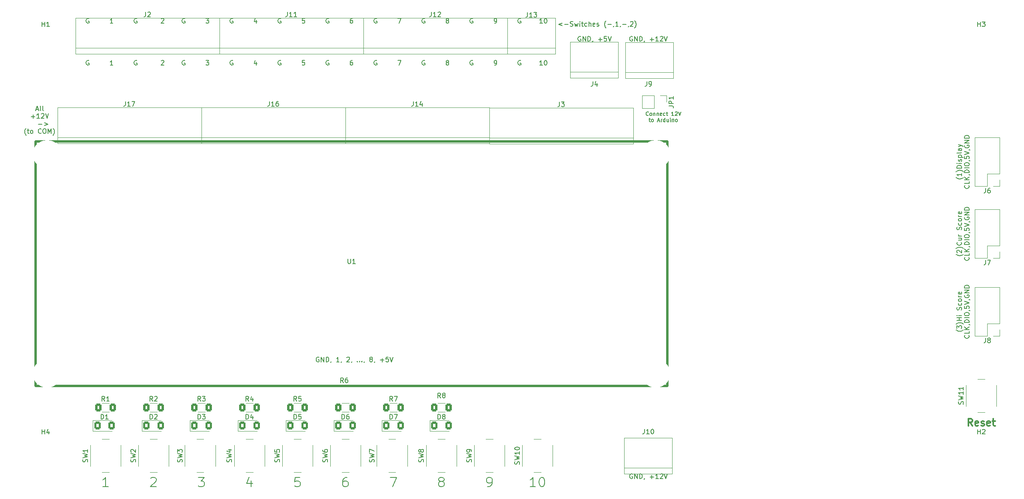
<source format=gto>
%TF.GenerationSoftware,KiCad,Pcbnew,(6.0.9)*%
%TF.CreationDate,2022-11-08T23:38:06-07:00*%
%TF.ProjectId,gnctr-wack-a-mole-pcb,676e6374-722d-4776-9163-6b2d612d6d6f,rev?*%
%TF.SameCoordinates,Original*%
%TF.FileFunction,Legend,Top*%
%TF.FilePolarity,Positive*%
%FSLAX46Y46*%
G04 Gerber Fmt 4.6, Leading zero omitted, Abs format (unit mm)*
G04 Created by KiCad (PCBNEW (6.0.9)) date 2022-11-08 23:38:06*
%MOMM*%
%LPD*%
G01*
G04 APERTURE LIST*
G04 Aperture macros list*
%AMRoundRect*
0 Rectangle with rounded corners*
0 $1 Rounding radius*
0 $2 $3 $4 $5 $6 $7 $8 $9 X,Y pos of 4 corners*
0 Add a 4 corners polygon primitive as box body*
4,1,4,$2,$3,$4,$5,$6,$7,$8,$9,$2,$3,0*
0 Add four circle primitives for the rounded corners*
1,1,$1+$1,$2,$3*
1,1,$1+$1,$4,$5*
1,1,$1+$1,$6,$7*
1,1,$1+$1,$8,$9*
0 Add four rect primitives between the rounded corners*
20,1,$1+$1,$2,$3,$4,$5,0*
20,1,$1+$1,$4,$5,$6,$7,0*
20,1,$1+$1,$6,$7,$8,$9,0*
20,1,$1+$1,$8,$9,$2,$3,0*%
G04 Aperture macros list end*
%ADD10C,0.150000*%
%ADD11C,0.300000*%
%ADD12C,0.120000*%
%ADD13C,0.500000*%
%ADD14C,2.000000*%
%ADD15R,3.000000X3.000000*%
%ADD16C,3.000000*%
%ADD17RoundRect,0.250001X-0.462499X-0.624999X0.462499X-0.624999X0.462499X0.624999X-0.462499X0.624999X0*%
%ADD18RoundRect,0.250000X-0.400000X-0.625000X0.400000X-0.625000X0.400000X0.625000X-0.400000X0.625000X0*%
%ADD19R,1.700000X1.700000*%
%ADD20O,1.700000X1.700000*%
%ADD21C,4.000000*%
%ADD22C,6.000000*%
%ADD23C,1.524000*%
%ADD24O,2.197100X1.524000*%
%ADD25O,1.536700X1.998980*%
%ADD26O,1.539240X1.998980*%
%ADD27O,2.199640X1.524000*%
%ADD28C,3.197860*%
G04 APERTURE END LIST*
D10*
X103601190Y-121420000D02*
X103505952Y-121372380D01*
X103363095Y-121372380D01*
X103220238Y-121420000D01*
X103125000Y-121515238D01*
X103077380Y-121610476D01*
X103029761Y-121800952D01*
X103029761Y-121943809D01*
X103077380Y-122134285D01*
X103125000Y-122229523D01*
X103220238Y-122324761D01*
X103363095Y-122372380D01*
X103458333Y-122372380D01*
X103601190Y-122324761D01*
X103648809Y-122277142D01*
X103648809Y-121943809D01*
X103458333Y-121943809D01*
X104077380Y-122372380D02*
X104077380Y-121372380D01*
X104648809Y-122372380D01*
X104648809Y-121372380D01*
X105125000Y-122372380D02*
X105125000Y-121372380D01*
X105363095Y-121372380D01*
X105505952Y-121420000D01*
X105601190Y-121515238D01*
X105648809Y-121610476D01*
X105696428Y-121800952D01*
X105696428Y-121943809D01*
X105648809Y-122134285D01*
X105601190Y-122229523D01*
X105505952Y-122324761D01*
X105363095Y-122372380D01*
X105125000Y-122372380D01*
X106172619Y-122324761D02*
X106172619Y-122372380D01*
X106125000Y-122467619D01*
X106077380Y-122515238D01*
X107886904Y-122372380D02*
X107315476Y-122372380D01*
X107601190Y-122372380D02*
X107601190Y-121372380D01*
X107505952Y-121515238D01*
X107410714Y-121610476D01*
X107315476Y-121658095D01*
X108363095Y-122324761D02*
X108363095Y-122372380D01*
X108315476Y-122467619D01*
X108267857Y-122515238D01*
X109505952Y-121467619D02*
X109553571Y-121420000D01*
X109648809Y-121372380D01*
X109886904Y-121372380D01*
X109982142Y-121420000D01*
X110029761Y-121467619D01*
X110077380Y-121562857D01*
X110077380Y-121658095D01*
X110029761Y-121800952D01*
X109458333Y-122372380D01*
X110077380Y-122372380D01*
X110553571Y-122324761D02*
X110553571Y-122372380D01*
X110505952Y-122467619D01*
X110458333Y-122515238D01*
X111744047Y-122277142D02*
X111791666Y-122324761D01*
X111744047Y-122372380D01*
X111696428Y-122324761D01*
X111744047Y-122277142D01*
X111744047Y-122372380D01*
X112220238Y-122277142D02*
X112267857Y-122324761D01*
X112220238Y-122372380D01*
X112172619Y-122324761D01*
X112220238Y-122277142D01*
X112220238Y-122372380D01*
X112696428Y-122277142D02*
X112744047Y-122324761D01*
X112696428Y-122372380D01*
X112648809Y-122324761D01*
X112696428Y-122277142D01*
X112696428Y-122372380D01*
X113220238Y-122324761D02*
X113220238Y-122372380D01*
X113172619Y-122467619D01*
X113125000Y-122515238D01*
X114553571Y-121800952D02*
X114458333Y-121753333D01*
X114410714Y-121705714D01*
X114363095Y-121610476D01*
X114363095Y-121562857D01*
X114410714Y-121467619D01*
X114458333Y-121420000D01*
X114553571Y-121372380D01*
X114744047Y-121372380D01*
X114839285Y-121420000D01*
X114886904Y-121467619D01*
X114934523Y-121562857D01*
X114934523Y-121610476D01*
X114886904Y-121705714D01*
X114839285Y-121753333D01*
X114744047Y-121800952D01*
X114553571Y-121800952D01*
X114458333Y-121848571D01*
X114410714Y-121896190D01*
X114363095Y-121991428D01*
X114363095Y-122181904D01*
X114410714Y-122277142D01*
X114458333Y-122324761D01*
X114553571Y-122372380D01*
X114744047Y-122372380D01*
X114839285Y-122324761D01*
X114886904Y-122277142D01*
X114934523Y-122181904D01*
X114934523Y-121991428D01*
X114886904Y-121896190D01*
X114839285Y-121848571D01*
X114744047Y-121800952D01*
X115410714Y-122324761D02*
X115410714Y-122372380D01*
X115363095Y-122467619D01*
X115315476Y-122515238D01*
X116601190Y-121991428D02*
X117363095Y-121991428D01*
X116982142Y-122372380D02*
X116982142Y-121610476D01*
X118315476Y-121372380D02*
X117839285Y-121372380D01*
X117791666Y-121848571D01*
X117839285Y-121800952D01*
X117934523Y-121753333D01*
X118172619Y-121753333D01*
X118267857Y-121800952D01*
X118315476Y-121848571D01*
X118363095Y-121943809D01*
X118363095Y-122181904D01*
X118315476Y-122277142D01*
X118267857Y-122324761D01*
X118172619Y-122372380D01*
X117934523Y-122372380D01*
X117839285Y-122324761D01*
X117791666Y-122277142D01*
X118648809Y-121372380D02*
X118982142Y-122372380D01*
X119315476Y-121372380D01*
D11*
X241982857Y-135933571D02*
X241482857Y-135219285D01*
X241125714Y-135933571D02*
X241125714Y-134433571D01*
X241697142Y-134433571D01*
X241840000Y-134505000D01*
X241911428Y-134576428D01*
X241982857Y-134719285D01*
X241982857Y-134933571D01*
X241911428Y-135076428D01*
X241840000Y-135147857D01*
X241697142Y-135219285D01*
X241125714Y-135219285D01*
X243197142Y-135862142D02*
X243054285Y-135933571D01*
X242768571Y-135933571D01*
X242625714Y-135862142D01*
X242554285Y-135719285D01*
X242554285Y-135147857D01*
X242625714Y-135005000D01*
X242768571Y-134933571D01*
X243054285Y-134933571D01*
X243197142Y-135005000D01*
X243268571Y-135147857D01*
X243268571Y-135290714D01*
X242554285Y-135433571D01*
X243840000Y-135862142D02*
X243982857Y-135933571D01*
X244268571Y-135933571D01*
X244411428Y-135862142D01*
X244482857Y-135719285D01*
X244482857Y-135647857D01*
X244411428Y-135505000D01*
X244268571Y-135433571D01*
X244054285Y-135433571D01*
X243911428Y-135362142D01*
X243840000Y-135219285D01*
X243840000Y-135147857D01*
X243911428Y-135005000D01*
X244054285Y-134933571D01*
X244268571Y-134933571D01*
X244411428Y-135005000D01*
X245697142Y-135862142D02*
X245554285Y-135933571D01*
X245268571Y-135933571D01*
X245125714Y-135862142D01*
X245054285Y-135719285D01*
X245054285Y-135147857D01*
X245125714Y-135005000D01*
X245268571Y-134933571D01*
X245554285Y-134933571D01*
X245697142Y-135005000D01*
X245768571Y-135147857D01*
X245768571Y-135290714D01*
X245054285Y-135433571D01*
X246197142Y-134933571D02*
X246768571Y-134933571D01*
X246411428Y-134433571D02*
X246411428Y-135719285D01*
X246482857Y-135862142D01*
X246625714Y-135933571D01*
X246768571Y-135933571D01*
D10*
X150939523Y-59507380D02*
X150368095Y-59507380D01*
X150653809Y-59507380D02*
X150653809Y-58507380D01*
X150558571Y-58650238D01*
X150463333Y-58745476D01*
X150368095Y-58793095D01*
X151558571Y-58507380D02*
X151653809Y-58507380D01*
X151749047Y-58555000D01*
X151796666Y-58602619D01*
X151844285Y-58697857D01*
X151891904Y-58888333D01*
X151891904Y-59126428D01*
X151844285Y-59316904D01*
X151796666Y-59412142D01*
X151749047Y-59459761D01*
X151653809Y-59507380D01*
X151558571Y-59507380D01*
X151463333Y-59459761D01*
X151415714Y-59412142D01*
X151368095Y-59316904D01*
X151320476Y-59126428D01*
X151320476Y-58888333D01*
X151368095Y-58697857D01*
X151415714Y-58602619D01*
X151463333Y-58555000D01*
X151558571Y-58507380D01*
X90360476Y-58840714D02*
X90360476Y-59507380D01*
X90122380Y-58459761D02*
X89884285Y-59174047D01*
X90503333Y-59174047D01*
X85351904Y-58555000D02*
X85256666Y-58507380D01*
X85113809Y-58507380D01*
X84970952Y-58555000D01*
X84875714Y-58650238D01*
X84828095Y-58745476D01*
X84780476Y-58935952D01*
X84780476Y-59078809D01*
X84828095Y-59269285D01*
X84875714Y-59364523D01*
X84970952Y-59459761D01*
X85113809Y-59507380D01*
X85209047Y-59507380D01*
X85351904Y-59459761D01*
X85399523Y-59412142D01*
X85399523Y-59078809D01*
X85209047Y-59078809D01*
X136151904Y-58555000D02*
X136056666Y-58507380D01*
X135913809Y-58507380D01*
X135770952Y-58555000D01*
X135675714Y-58650238D01*
X135628095Y-58745476D01*
X135580476Y-58935952D01*
X135580476Y-59078809D01*
X135628095Y-59269285D01*
X135675714Y-59364523D01*
X135770952Y-59459761D01*
X135913809Y-59507380D01*
X136009047Y-59507380D01*
X136151904Y-59459761D01*
X136199523Y-59412142D01*
X136199523Y-59078809D01*
X136009047Y-59078809D01*
X146311904Y-58555000D02*
X146216666Y-58507380D01*
X146073809Y-58507380D01*
X145930952Y-58555000D01*
X145835714Y-58650238D01*
X145788095Y-58745476D01*
X145740476Y-58935952D01*
X145740476Y-59078809D01*
X145788095Y-59269285D01*
X145835714Y-59364523D01*
X145930952Y-59459761D01*
X146073809Y-59507380D01*
X146169047Y-59507380D01*
X146311904Y-59459761D01*
X146359523Y-59412142D01*
X146359523Y-59078809D01*
X146169047Y-59078809D01*
X95511904Y-58555000D02*
X95416666Y-58507380D01*
X95273809Y-58507380D01*
X95130952Y-58555000D01*
X95035714Y-58650238D01*
X94988095Y-58745476D01*
X94940476Y-58935952D01*
X94940476Y-59078809D01*
X94988095Y-59269285D01*
X95035714Y-59364523D01*
X95130952Y-59459761D01*
X95273809Y-59507380D01*
X95369047Y-59507380D01*
X95511904Y-59459761D01*
X95559523Y-59412142D01*
X95559523Y-59078809D01*
X95369047Y-59078809D01*
X115831904Y-58555000D02*
X115736666Y-58507380D01*
X115593809Y-58507380D01*
X115450952Y-58555000D01*
X115355714Y-58650238D01*
X115308095Y-58745476D01*
X115260476Y-58935952D01*
X115260476Y-59078809D01*
X115308095Y-59269285D01*
X115355714Y-59364523D01*
X115450952Y-59459761D01*
X115593809Y-59507380D01*
X115689047Y-59507380D01*
X115831904Y-59459761D01*
X115879523Y-59412142D01*
X115879523Y-59078809D01*
X115689047Y-59078809D01*
X110680476Y-58507380D02*
X110490000Y-58507380D01*
X110394761Y-58555000D01*
X110347142Y-58602619D01*
X110251904Y-58745476D01*
X110204285Y-58935952D01*
X110204285Y-59316904D01*
X110251904Y-59412142D01*
X110299523Y-59459761D01*
X110394761Y-59507380D01*
X110585238Y-59507380D01*
X110680476Y-59459761D01*
X110728095Y-59412142D01*
X110775714Y-59316904D01*
X110775714Y-59078809D01*
X110728095Y-58983571D01*
X110680476Y-58935952D01*
X110585238Y-58888333D01*
X110394761Y-58888333D01*
X110299523Y-58935952D01*
X110251904Y-58983571D01*
X110204285Y-59078809D01*
X140779523Y-59507380D02*
X140970000Y-59507380D01*
X141065238Y-59459761D01*
X141112857Y-59412142D01*
X141208095Y-59269285D01*
X141255714Y-59078809D01*
X141255714Y-58697857D01*
X141208095Y-58602619D01*
X141160476Y-58555000D01*
X141065238Y-58507380D01*
X140874761Y-58507380D01*
X140779523Y-58555000D01*
X140731904Y-58602619D01*
X140684285Y-58697857D01*
X140684285Y-58935952D01*
X140731904Y-59031190D01*
X140779523Y-59078809D01*
X140874761Y-59126428D01*
X141065238Y-59126428D01*
X141160476Y-59078809D01*
X141208095Y-59031190D01*
X141255714Y-58935952D01*
X130714761Y-58935952D02*
X130619523Y-58888333D01*
X130571904Y-58840714D01*
X130524285Y-58745476D01*
X130524285Y-58697857D01*
X130571904Y-58602619D01*
X130619523Y-58555000D01*
X130714761Y-58507380D01*
X130905238Y-58507380D01*
X131000476Y-58555000D01*
X131048095Y-58602619D01*
X131095714Y-58697857D01*
X131095714Y-58745476D01*
X131048095Y-58840714D01*
X131000476Y-58888333D01*
X130905238Y-58935952D01*
X130714761Y-58935952D01*
X130619523Y-58983571D01*
X130571904Y-59031190D01*
X130524285Y-59126428D01*
X130524285Y-59316904D01*
X130571904Y-59412142D01*
X130619523Y-59459761D01*
X130714761Y-59507380D01*
X130905238Y-59507380D01*
X131000476Y-59459761D01*
X131048095Y-59412142D01*
X131095714Y-59316904D01*
X131095714Y-59126428D01*
X131048095Y-59031190D01*
X131000476Y-58983571D01*
X130905238Y-58935952D01*
X79676666Y-58507380D02*
X80295714Y-58507380D01*
X79962380Y-58888333D01*
X80105238Y-58888333D01*
X80200476Y-58935952D01*
X80248095Y-58983571D01*
X80295714Y-59078809D01*
X80295714Y-59316904D01*
X80248095Y-59412142D01*
X80200476Y-59459761D01*
X80105238Y-59507380D01*
X79819523Y-59507380D01*
X79724285Y-59459761D01*
X79676666Y-59412142D01*
X125991904Y-58555000D02*
X125896666Y-58507380D01*
X125753809Y-58507380D01*
X125610952Y-58555000D01*
X125515714Y-58650238D01*
X125468095Y-58745476D01*
X125420476Y-58935952D01*
X125420476Y-59078809D01*
X125468095Y-59269285D01*
X125515714Y-59364523D01*
X125610952Y-59459761D01*
X125753809Y-59507380D01*
X125849047Y-59507380D01*
X125991904Y-59459761D01*
X126039523Y-59412142D01*
X126039523Y-59078809D01*
X125849047Y-59078809D01*
X105671904Y-58555000D02*
X105576666Y-58507380D01*
X105433809Y-58507380D01*
X105290952Y-58555000D01*
X105195714Y-58650238D01*
X105148095Y-58745476D01*
X105100476Y-58935952D01*
X105100476Y-59078809D01*
X105148095Y-59269285D01*
X105195714Y-59364523D01*
X105290952Y-59459761D01*
X105433809Y-59507380D01*
X105529047Y-59507380D01*
X105671904Y-59459761D01*
X105719523Y-59412142D01*
X105719523Y-59078809D01*
X105529047Y-59078809D01*
X120316666Y-58507380D02*
X120983333Y-58507380D01*
X120554761Y-59507380D01*
X65031904Y-58555000D02*
X64936666Y-58507380D01*
X64793809Y-58507380D01*
X64650952Y-58555000D01*
X64555714Y-58650238D01*
X64508095Y-58745476D01*
X64460476Y-58935952D01*
X64460476Y-59078809D01*
X64508095Y-59269285D01*
X64555714Y-59364523D01*
X64650952Y-59459761D01*
X64793809Y-59507380D01*
X64889047Y-59507380D01*
X65031904Y-59459761D01*
X65079523Y-59412142D01*
X65079523Y-59078809D01*
X64889047Y-59078809D01*
X54871904Y-58555000D02*
X54776666Y-58507380D01*
X54633809Y-58507380D01*
X54490952Y-58555000D01*
X54395714Y-58650238D01*
X54348095Y-58745476D01*
X54300476Y-58935952D01*
X54300476Y-59078809D01*
X54348095Y-59269285D01*
X54395714Y-59364523D01*
X54490952Y-59459761D01*
X54633809Y-59507380D01*
X54729047Y-59507380D01*
X54871904Y-59459761D01*
X54919523Y-59412142D01*
X54919523Y-59078809D01*
X54729047Y-59078809D01*
X59975714Y-59507380D02*
X59404285Y-59507380D01*
X59690000Y-59507380D02*
X59690000Y-58507380D01*
X59594761Y-58650238D01*
X59499523Y-58745476D01*
X59404285Y-58793095D01*
X75191904Y-58555000D02*
X75096666Y-58507380D01*
X74953809Y-58507380D01*
X74810952Y-58555000D01*
X74715714Y-58650238D01*
X74668095Y-58745476D01*
X74620476Y-58935952D01*
X74620476Y-59078809D01*
X74668095Y-59269285D01*
X74715714Y-59364523D01*
X74810952Y-59459761D01*
X74953809Y-59507380D01*
X75049047Y-59507380D01*
X75191904Y-59459761D01*
X75239523Y-59412142D01*
X75239523Y-59078809D01*
X75049047Y-59078809D01*
X70199285Y-58602619D02*
X70246904Y-58555000D01*
X70342142Y-58507380D01*
X70580238Y-58507380D01*
X70675476Y-58555000D01*
X70723095Y-58602619D01*
X70770714Y-58697857D01*
X70770714Y-58793095D01*
X70723095Y-58935952D01*
X70151666Y-59507380D01*
X70770714Y-59507380D01*
X100568095Y-58507380D02*
X100091904Y-58507380D01*
X100044285Y-58983571D01*
X100091904Y-58935952D01*
X100187142Y-58888333D01*
X100425238Y-58888333D01*
X100520476Y-58935952D01*
X100568095Y-58983571D01*
X100615714Y-59078809D01*
X100615714Y-59316904D01*
X100568095Y-59412142D01*
X100520476Y-59459761D01*
X100425238Y-59507380D01*
X100187142Y-59507380D01*
X100091904Y-59459761D01*
X100044285Y-59412142D01*
X173368095Y-70126714D02*
X173330000Y-70164809D01*
X173215714Y-70202904D01*
X173139523Y-70202904D01*
X173025238Y-70164809D01*
X172949047Y-70088619D01*
X172910952Y-70012428D01*
X172872857Y-69860047D01*
X172872857Y-69745761D01*
X172910952Y-69593380D01*
X172949047Y-69517190D01*
X173025238Y-69441000D01*
X173139523Y-69402904D01*
X173215714Y-69402904D01*
X173330000Y-69441000D01*
X173368095Y-69479095D01*
X173825238Y-70202904D02*
X173749047Y-70164809D01*
X173710952Y-70126714D01*
X173672857Y-70050523D01*
X173672857Y-69821952D01*
X173710952Y-69745761D01*
X173749047Y-69707666D01*
X173825238Y-69669571D01*
X173939523Y-69669571D01*
X174015714Y-69707666D01*
X174053809Y-69745761D01*
X174091904Y-69821952D01*
X174091904Y-70050523D01*
X174053809Y-70126714D01*
X174015714Y-70164809D01*
X173939523Y-70202904D01*
X173825238Y-70202904D01*
X174434761Y-69669571D02*
X174434761Y-70202904D01*
X174434761Y-69745761D02*
X174472857Y-69707666D01*
X174549047Y-69669571D01*
X174663333Y-69669571D01*
X174739523Y-69707666D01*
X174777619Y-69783857D01*
X174777619Y-70202904D01*
X175158571Y-69669571D02*
X175158571Y-70202904D01*
X175158571Y-69745761D02*
X175196666Y-69707666D01*
X175272857Y-69669571D01*
X175387142Y-69669571D01*
X175463333Y-69707666D01*
X175501428Y-69783857D01*
X175501428Y-70202904D01*
X176187142Y-70164809D02*
X176110952Y-70202904D01*
X175958571Y-70202904D01*
X175882380Y-70164809D01*
X175844285Y-70088619D01*
X175844285Y-69783857D01*
X175882380Y-69707666D01*
X175958571Y-69669571D01*
X176110952Y-69669571D01*
X176187142Y-69707666D01*
X176225238Y-69783857D01*
X176225238Y-69860047D01*
X175844285Y-69936238D01*
X176910952Y-70164809D02*
X176834761Y-70202904D01*
X176682380Y-70202904D01*
X176606190Y-70164809D01*
X176568095Y-70126714D01*
X176530000Y-70050523D01*
X176530000Y-69821952D01*
X176568095Y-69745761D01*
X176606190Y-69707666D01*
X176682380Y-69669571D01*
X176834761Y-69669571D01*
X176910952Y-69707666D01*
X177139523Y-69669571D02*
X177444285Y-69669571D01*
X177253809Y-69402904D02*
X177253809Y-70088619D01*
X177291904Y-70164809D01*
X177368095Y-70202904D01*
X177444285Y-70202904D01*
X178739523Y-70202904D02*
X178282380Y-70202904D01*
X178510952Y-70202904D02*
X178510952Y-69402904D01*
X178434761Y-69517190D01*
X178358571Y-69593380D01*
X178282380Y-69631476D01*
X179044285Y-69479095D02*
X179082380Y-69441000D01*
X179158571Y-69402904D01*
X179349047Y-69402904D01*
X179425238Y-69441000D01*
X179463333Y-69479095D01*
X179501428Y-69555285D01*
X179501428Y-69631476D01*
X179463333Y-69745761D01*
X179006190Y-70202904D01*
X179501428Y-70202904D01*
X179730000Y-69402904D02*
X179996666Y-70202904D01*
X180263333Y-69402904D01*
X173482380Y-70957571D02*
X173787142Y-70957571D01*
X173596666Y-70690904D02*
X173596666Y-71376619D01*
X173634761Y-71452809D01*
X173710952Y-71490904D01*
X173787142Y-71490904D01*
X174168095Y-71490904D02*
X174091904Y-71452809D01*
X174053809Y-71414714D01*
X174015714Y-71338523D01*
X174015714Y-71109952D01*
X174053809Y-71033761D01*
X174091904Y-70995666D01*
X174168095Y-70957571D01*
X174282380Y-70957571D01*
X174358571Y-70995666D01*
X174396666Y-71033761D01*
X174434761Y-71109952D01*
X174434761Y-71338523D01*
X174396666Y-71414714D01*
X174358571Y-71452809D01*
X174282380Y-71490904D01*
X174168095Y-71490904D01*
X175349047Y-71262333D02*
X175730000Y-71262333D01*
X175272857Y-71490904D02*
X175539523Y-70690904D01*
X175806190Y-71490904D01*
X176072857Y-71490904D02*
X176072857Y-70957571D01*
X176072857Y-71109952D02*
X176110952Y-71033761D01*
X176149047Y-70995666D01*
X176225238Y-70957571D01*
X176301428Y-70957571D01*
X176910952Y-71490904D02*
X176910952Y-70690904D01*
X176910952Y-71452809D02*
X176834761Y-71490904D01*
X176682380Y-71490904D01*
X176606190Y-71452809D01*
X176568095Y-71414714D01*
X176530000Y-71338523D01*
X176530000Y-71109952D01*
X176568095Y-71033761D01*
X176606190Y-70995666D01*
X176682380Y-70957571D01*
X176834761Y-70957571D01*
X176910952Y-70995666D01*
X177634761Y-70957571D02*
X177634761Y-71490904D01*
X177291904Y-70957571D02*
X177291904Y-71376619D01*
X177330000Y-71452809D01*
X177406190Y-71490904D01*
X177520476Y-71490904D01*
X177596666Y-71452809D01*
X177634761Y-71414714D01*
X178015714Y-71490904D02*
X178015714Y-70957571D01*
X178015714Y-70690904D02*
X177977619Y-70729000D01*
X178015714Y-70767095D01*
X178053809Y-70729000D01*
X178015714Y-70690904D01*
X178015714Y-70767095D01*
X178396666Y-70957571D02*
X178396666Y-71490904D01*
X178396666Y-71033761D02*
X178434761Y-70995666D01*
X178510952Y-70957571D01*
X178625238Y-70957571D01*
X178701428Y-70995666D01*
X178739523Y-71071857D01*
X178739523Y-71490904D01*
X179234761Y-71490904D02*
X179158571Y-71452809D01*
X179120476Y-71414714D01*
X179082380Y-71338523D01*
X179082380Y-71109952D01*
X179120476Y-71033761D01*
X179158571Y-70995666D01*
X179234761Y-70957571D01*
X179349047Y-70957571D01*
X179425238Y-70995666D01*
X179463333Y-71033761D01*
X179501428Y-71109952D01*
X179501428Y-71338523D01*
X179463333Y-71414714D01*
X179425238Y-71452809D01*
X179349047Y-71490904D01*
X179234761Y-71490904D01*
X43688095Y-68871666D02*
X44164285Y-68871666D01*
X43592857Y-69157380D02*
X43926190Y-68157380D01*
X44259523Y-69157380D01*
X44735714Y-69157380D02*
X44640476Y-69109761D01*
X44592857Y-69014523D01*
X44592857Y-68157380D01*
X45259523Y-69157380D02*
X45164285Y-69109761D01*
X45116666Y-69014523D01*
X45116666Y-68157380D01*
X42688095Y-70386428D02*
X43450000Y-70386428D01*
X43069047Y-70767380D02*
X43069047Y-70005476D01*
X44450000Y-70767380D02*
X43878571Y-70767380D01*
X44164285Y-70767380D02*
X44164285Y-69767380D01*
X44069047Y-69910238D01*
X43973809Y-70005476D01*
X43878571Y-70053095D01*
X44830952Y-69862619D02*
X44878571Y-69815000D01*
X44973809Y-69767380D01*
X45211904Y-69767380D01*
X45307142Y-69815000D01*
X45354761Y-69862619D01*
X45402380Y-69957857D01*
X45402380Y-70053095D01*
X45354761Y-70195952D01*
X44783333Y-70767380D01*
X45402380Y-70767380D01*
X45688095Y-69767380D02*
X46021428Y-70767380D01*
X46354761Y-69767380D01*
X44211904Y-71996428D02*
X44973809Y-71996428D01*
X45450000Y-71710714D02*
X46211904Y-71996428D01*
X45450000Y-72282142D01*
X41592857Y-74368333D02*
X41545238Y-74320714D01*
X41450000Y-74177857D01*
X41402380Y-74082619D01*
X41354761Y-73939761D01*
X41307142Y-73701666D01*
X41307142Y-73511190D01*
X41354761Y-73273095D01*
X41402380Y-73130238D01*
X41450000Y-73035000D01*
X41545238Y-72892142D01*
X41592857Y-72844523D01*
X41830952Y-73320714D02*
X42211904Y-73320714D01*
X41973809Y-72987380D02*
X41973809Y-73844523D01*
X42021428Y-73939761D01*
X42116666Y-73987380D01*
X42211904Y-73987380D01*
X42688095Y-73987380D02*
X42592857Y-73939761D01*
X42545238Y-73892142D01*
X42497619Y-73796904D01*
X42497619Y-73511190D01*
X42545238Y-73415952D01*
X42592857Y-73368333D01*
X42688095Y-73320714D01*
X42830952Y-73320714D01*
X42926190Y-73368333D01*
X42973809Y-73415952D01*
X43021428Y-73511190D01*
X43021428Y-73796904D01*
X42973809Y-73892142D01*
X42926190Y-73939761D01*
X42830952Y-73987380D01*
X42688095Y-73987380D01*
X44783333Y-73892142D02*
X44735714Y-73939761D01*
X44592857Y-73987380D01*
X44497619Y-73987380D01*
X44354761Y-73939761D01*
X44259523Y-73844523D01*
X44211904Y-73749285D01*
X44164285Y-73558809D01*
X44164285Y-73415952D01*
X44211904Y-73225476D01*
X44259523Y-73130238D01*
X44354761Y-73035000D01*
X44497619Y-72987380D01*
X44592857Y-72987380D01*
X44735714Y-73035000D01*
X44783333Y-73082619D01*
X45402380Y-72987380D02*
X45592857Y-72987380D01*
X45688095Y-73035000D01*
X45783333Y-73130238D01*
X45830952Y-73320714D01*
X45830952Y-73654047D01*
X45783333Y-73844523D01*
X45688095Y-73939761D01*
X45592857Y-73987380D01*
X45402380Y-73987380D01*
X45307142Y-73939761D01*
X45211904Y-73844523D01*
X45164285Y-73654047D01*
X45164285Y-73320714D01*
X45211904Y-73130238D01*
X45307142Y-73035000D01*
X45402380Y-72987380D01*
X46259523Y-73987380D02*
X46259523Y-72987380D01*
X46592857Y-73701666D01*
X46926190Y-72987380D01*
X46926190Y-73987380D01*
X47307142Y-74368333D02*
X47354761Y-74320714D01*
X47450000Y-74177857D01*
X47497619Y-74082619D01*
X47545238Y-73939761D01*
X47592857Y-73701666D01*
X47592857Y-73511190D01*
X47545238Y-73273095D01*
X47497619Y-73130238D01*
X47450000Y-73035000D01*
X47354761Y-72892142D01*
X47307142Y-72844523D01*
X115831904Y-49665000D02*
X115736666Y-49617380D01*
X115593809Y-49617380D01*
X115450952Y-49665000D01*
X115355714Y-49760238D01*
X115308095Y-49855476D01*
X115260476Y-50045952D01*
X115260476Y-50188809D01*
X115308095Y-50379285D01*
X115355714Y-50474523D01*
X115450952Y-50569761D01*
X115593809Y-50617380D01*
X115689047Y-50617380D01*
X115831904Y-50569761D01*
X115879523Y-50522142D01*
X115879523Y-50188809D01*
X115689047Y-50188809D01*
X136151904Y-49665000D02*
X136056666Y-49617380D01*
X135913809Y-49617380D01*
X135770952Y-49665000D01*
X135675714Y-49760238D01*
X135628095Y-49855476D01*
X135580476Y-50045952D01*
X135580476Y-50188809D01*
X135628095Y-50379285D01*
X135675714Y-50474523D01*
X135770952Y-50569761D01*
X135913809Y-50617380D01*
X136009047Y-50617380D01*
X136151904Y-50569761D01*
X136199523Y-50522142D01*
X136199523Y-50188809D01*
X136009047Y-50188809D01*
X169974047Y-53475000D02*
X169878809Y-53427380D01*
X169735952Y-53427380D01*
X169593095Y-53475000D01*
X169497857Y-53570238D01*
X169450238Y-53665476D01*
X169402619Y-53855952D01*
X169402619Y-53998809D01*
X169450238Y-54189285D01*
X169497857Y-54284523D01*
X169593095Y-54379761D01*
X169735952Y-54427380D01*
X169831190Y-54427380D01*
X169974047Y-54379761D01*
X170021666Y-54332142D01*
X170021666Y-53998809D01*
X169831190Y-53998809D01*
X170450238Y-54427380D02*
X170450238Y-53427380D01*
X171021666Y-54427380D01*
X171021666Y-53427380D01*
X171497857Y-54427380D02*
X171497857Y-53427380D01*
X171735952Y-53427380D01*
X171878809Y-53475000D01*
X171974047Y-53570238D01*
X172021666Y-53665476D01*
X172069285Y-53855952D01*
X172069285Y-53998809D01*
X172021666Y-54189285D01*
X171974047Y-54284523D01*
X171878809Y-54379761D01*
X171735952Y-54427380D01*
X171497857Y-54427380D01*
X172545476Y-54379761D02*
X172545476Y-54427380D01*
X172497857Y-54522619D01*
X172450238Y-54570238D01*
X173735952Y-54046428D02*
X174497857Y-54046428D01*
X174116904Y-54427380D02*
X174116904Y-53665476D01*
X175497857Y-54427380D02*
X174926428Y-54427380D01*
X175212142Y-54427380D02*
X175212142Y-53427380D01*
X175116904Y-53570238D01*
X175021666Y-53665476D01*
X174926428Y-53713095D01*
X175878809Y-53522619D02*
X175926428Y-53475000D01*
X176021666Y-53427380D01*
X176259761Y-53427380D01*
X176355000Y-53475000D01*
X176402619Y-53522619D01*
X176450238Y-53617857D01*
X176450238Y-53713095D01*
X176402619Y-53855952D01*
X175831190Y-54427380D01*
X176450238Y-54427380D01*
X176735952Y-53427380D02*
X177069285Y-54427380D01*
X177402619Y-53427380D01*
X95511904Y-49665000D02*
X95416666Y-49617380D01*
X95273809Y-49617380D01*
X95130952Y-49665000D01*
X95035714Y-49760238D01*
X94988095Y-49855476D01*
X94940476Y-50045952D01*
X94940476Y-50188809D01*
X94988095Y-50379285D01*
X95035714Y-50474523D01*
X95130952Y-50569761D01*
X95273809Y-50617380D01*
X95369047Y-50617380D01*
X95511904Y-50569761D01*
X95559523Y-50522142D01*
X95559523Y-50188809D01*
X95369047Y-50188809D01*
X149479047Y-148859761D02*
X148336190Y-148859761D01*
X148907619Y-148859761D02*
X148907619Y-146859761D01*
X148717142Y-147145476D01*
X148526666Y-147335952D01*
X148336190Y-147431190D01*
X150717142Y-146859761D02*
X150907619Y-146859761D01*
X151098095Y-146955000D01*
X151193333Y-147050238D01*
X151288571Y-147240714D01*
X151383809Y-147621666D01*
X151383809Y-148097857D01*
X151288571Y-148478809D01*
X151193333Y-148669285D01*
X151098095Y-148764523D01*
X150907619Y-148859761D01*
X150717142Y-148859761D01*
X150526666Y-148764523D01*
X150431428Y-148669285D01*
X150336190Y-148478809D01*
X150240952Y-148097857D01*
X150240952Y-147621666D01*
X150336190Y-147240714D01*
X150431428Y-147050238D01*
X150526666Y-146955000D01*
X150717142Y-146859761D01*
X129349523Y-147716904D02*
X129159047Y-147621666D01*
X129063809Y-147526428D01*
X128968571Y-147335952D01*
X128968571Y-147240714D01*
X129063809Y-147050238D01*
X129159047Y-146955000D01*
X129349523Y-146859761D01*
X129730476Y-146859761D01*
X129920952Y-146955000D01*
X130016190Y-147050238D01*
X130111428Y-147240714D01*
X130111428Y-147335952D01*
X130016190Y-147526428D01*
X129920952Y-147621666D01*
X129730476Y-147716904D01*
X129349523Y-147716904D01*
X129159047Y-147812142D01*
X129063809Y-147907380D01*
X128968571Y-148097857D01*
X128968571Y-148478809D01*
X129063809Y-148669285D01*
X129159047Y-148764523D01*
X129349523Y-148859761D01*
X129730476Y-148859761D01*
X129920952Y-148764523D01*
X130016190Y-148669285D01*
X130111428Y-148478809D01*
X130111428Y-148097857D01*
X130016190Y-147907380D01*
X129920952Y-147812142D01*
X129730476Y-147716904D01*
X146311904Y-49665000D02*
X146216666Y-49617380D01*
X146073809Y-49617380D01*
X145930952Y-49665000D01*
X145835714Y-49760238D01*
X145788095Y-49855476D01*
X145740476Y-50045952D01*
X145740476Y-50188809D01*
X145788095Y-50379285D01*
X145835714Y-50474523D01*
X145930952Y-50569761D01*
X146073809Y-50617380D01*
X146169047Y-50617380D01*
X146311904Y-50569761D01*
X146359523Y-50522142D01*
X146359523Y-50188809D01*
X146169047Y-50188809D01*
X90360476Y-49950714D02*
X90360476Y-50617380D01*
X90122380Y-49569761D02*
X89884285Y-50284047D01*
X90503333Y-50284047D01*
X240058333Y-115617142D02*
X240010714Y-115664761D01*
X239867857Y-115760000D01*
X239772619Y-115807619D01*
X239629761Y-115855238D01*
X239391666Y-115902857D01*
X239201190Y-115902857D01*
X238963095Y-115855238D01*
X238820238Y-115807619D01*
X238725000Y-115760000D01*
X238582142Y-115664761D01*
X238534523Y-115617142D01*
X238677380Y-115331428D02*
X238677380Y-114712380D01*
X239058333Y-115045714D01*
X239058333Y-114902857D01*
X239105952Y-114807619D01*
X239153571Y-114760000D01*
X239248809Y-114712380D01*
X239486904Y-114712380D01*
X239582142Y-114760000D01*
X239629761Y-114807619D01*
X239677380Y-114902857D01*
X239677380Y-115188571D01*
X239629761Y-115283809D01*
X239582142Y-115331428D01*
X240058333Y-114379047D02*
X240010714Y-114331428D01*
X239867857Y-114236190D01*
X239772619Y-114188571D01*
X239629761Y-114140952D01*
X239391666Y-114093333D01*
X239201190Y-114093333D01*
X238963095Y-114140952D01*
X238820238Y-114188571D01*
X238725000Y-114236190D01*
X238582142Y-114331428D01*
X238534523Y-114379047D01*
X239677380Y-113617142D02*
X238677380Y-113617142D01*
X239153571Y-113617142D02*
X239153571Y-113045714D01*
X239677380Y-113045714D02*
X238677380Y-113045714D01*
X239677380Y-112569523D02*
X239010714Y-112569523D01*
X238677380Y-112569523D02*
X238725000Y-112617142D01*
X238772619Y-112569523D01*
X238725000Y-112521904D01*
X238677380Y-112569523D01*
X238772619Y-112569523D01*
X239629761Y-111379047D02*
X239677380Y-111236190D01*
X239677380Y-110998095D01*
X239629761Y-110902857D01*
X239582142Y-110855238D01*
X239486904Y-110807619D01*
X239391666Y-110807619D01*
X239296428Y-110855238D01*
X239248809Y-110902857D01*
X239201190Y-110998095D01*
X239153571Y-111188571D01*
X239105952Y-111283809D01*
X239058333Y-111331428D01*
X238963095Y-111379047D01*
X238867857Y-111379047D01*
X238772619Y-111331428D01*
X238725000Y-111283809D01*
X238677380Y-111188571D01*
X238677380Y-110950476D01*
X238725000Y-110807619D01*
X239629761Y-109950476D02*
X239677380Y-110045714D01*
X239677380Y-110236190D01*
X239629761Y-110331428D01*
X239582142Y-110379047D01*
X239486904Y-110426666D01*
X239201190Y-110426666D01*
X239105952Y-110379047D01*
X239058333Y-110331428D01*
X239010714Y-110236190D01*
X239010714Y-110045714D01*
X239058333Y-109950476D01*
X239677380Y-109379047D02*
X239629761Y-109474285D01*
X239582142Y-109521904D01*
X239486904Y-109569523D01*
X239201190Y-109569523D01*
X239105952Y-109521904D01*
X239058333Y-109474285D01*
X239010714Y-109379047D01*
X239010714Y-109236190D01*
X239058333Y-109140952D01*
X239105952Y-109093333D01*
X239201190Y-109045714D01*
X239486904Y-109045714D01*
X239582142Y-109093333D01*
X239629761Y-109140952D01*
X239677380Y-109236190D01*
X239677380Y-109379047D01*
X239677380Y-108617142D02*
X239010714Y-108617142D01*
X239201190Y-108617142D02*
X239105952Y-108569523D01*
X239058333Y-108521904D01*
X239010714Y-108426666D01*
X239010714Y-108331428D01*
X239629761Y-107617142D02*
X239677380Y-107712380D01*
X239677380Y-107902857D01*
X239629761Y-107998095D01*
X239534523Y-108045714D01*
X239153571Y-108045714D01*
X239058333Y-107998095D01*
X239010714Y-107902857D01*
X239010714Y-107712380D01*
X239058333Y-107617142D01*
X239153571Y-107569523D01*
X239248809Y-107569523D01*
X239344047Y-108045714D01*
X241192142Y-116760000D02*
X241239761Y-116807619D01*
X241287380Y-116950476D01*
X241287380Y-117045714D01*
X241239761Y-117188571D01*
X241144523Y-117283809D01*
X241049285Y-117331428D01*
X240858809Y-117379047D01*
X240715952Y-117379047D01*
X240525476Y-117331428D01*
X240430238Y-117283809D01*
X240335000Y-117188571D01*
X240287380Y-117045714D01*
X240287380Y-116950476D01*
X240335000Y-116807619D01*
X240382619Y-116760000D01*
X241287380Y-115855238D02*
X241287380Y-116331428D01*
X240287380Y-116331428D01*
X241287380Y-115521904D02*
X240287380Y-115521904D01*
X241287380Y-114950476D02*
X240715952Y-115379047D01*
X240287380Y-114950476D02*
X240858809Y-115521904D01*
X241239761Y-114474285D02*
X241287380Y-114474285D01*
X241382619Y-114521904D01*
X241430238Y-114569523D01*
X241287380Y-114045714D02*
X240287380Y-114045714D01*
X240287380Y-113807619D01*
X240335000Y-113664761D01*
X240430238Y-113569523D01*
X240525476Y-113521904D01*
X240715952Y-113474285D01*
X240858809Y-113474285D01*
X241049285Y-113521904D01*
X241144523Y-113569523D01*
X241239761Y-113664761D01*
X241287380Y-113807619D01*
X241287380Y-114045714D01*
X241287380Y-113045714D02*
X240287380Y-113045714D01*
X240287380Y-112379047D02*
X240287380Y-112188571D01*
X240335000Y-112093333D01*
X240430238Y-111998095D01*
X240620714Y-111950476D01*
X240954047Y-111950476D01*
X241144523Y-111998095D01*
X241239761Y-112093333D01*
X241287380Y-112188571D01*
X241287380Y-112379047D01*
X241239761Y-112474285D01*
X241144523Y-112569523D01*
X240954047Y-112617142D01*
X240620714Y-112617142D01*
X240430238Y-112569523D01*
X240335000Y-112474285D01*
X240287380Y-112379047D01*
X241239761Y-111474285D02*
X241287380Y-111474285D01*
X241382619Y-111521904D01*
X241430238Y-111569523D01*
X240287380Y-110569523D02*
X240287380Y-111045714D01*
X240763571Y-111093333D01*
X240715952Y-111045714D01*
X240668333Y-110950476D01*
X240668333Y-110712380D01*
X240715952Y-110617142D01*
X240763571Y-110569523D01*
X240858809Y-110521904D01*
X241096904Y-110521904D01*
X241192142Y-110569523D01*
X241239761Y-110617142D01*
X241287380Y-110712380D01*
X241287380Y-110950476D01*
X241239761Y-111045714D01*
X241192142Y-111093333D01*
X240287380Y-110236190D02*
X241287380Y-109902857D01*
X240287380Y-109569523D01*
X241239761Y-109188571D02*
X241287380Y-109188571D01*
X241382619Y-109236190D01*
X241430238Y-109283809D01*
X240335000Y-108236190D02*
X240287380Y-108331428D01*
X240287380Y-108474285D01*
X240335000Y-108617142D01*
X240430238Y-108712380D01*
X240525476Y-108760000D01*
X240715952Y-108807619D01*
X240858809Y-108807619D01*
X241049285Y-108760000D01*
X241144523Y-108712380D01*
X241239761Y-108617142D01*
X241287380Y-108474285D01*
X241287380Y-108379047D01*
X241239761Y-108236190D01*
X241192142Y-108188571D01*
X240858809Y-108188571D01*
X240858809Y-108379047D01*
X241287380Y-107760000D02*
X240287380Y-107760000D01*
X241287380Y-107188571D01*
X240287380Y-107188571D01*
X241287380Y-106712380D02*
X240287380Y-106712380D01*
X240287380Y-106474285D01*
X240335000Y-106331428D01*
X240430238Y-106236190D01*
X240525476Y-106188571D01*
X240715952Y-106140952D01*
X240858809Y-106140952D01*
X241049285Y-106188571D01*
X241144523Y-106236190D01*
X241239761Y-106331428D01*
X241287380Y-106474285D01*
X241287380Y-106712380D01*
X150939523Y-50617380D02*
X150368095Y-50617380D01*
X150653809Y-50617380D02*
X150653809Y-49617380D01*
X150558571Y-49760238D01*
X150463333Y-49855476D01*
X150368095Y-49903095D01*
X151558571Y-49617380D02*
X151653809Y-49617380D01*
X151749047Y-49665000D01*
X151796666Y-49712619D01*
X151844285Y-49807857D01*
X151891904Y-49998333D01*
X151891904Y-50236428D01*
X151844285Y-50426904D01*
X151796666Y-50522142D01*
X151749047Y-50569761D01*
X151653809Y-50617380D01*
X151558571Y-50617380D01*
X151463333Y-50569761D01*
X151415714Y-50522142D01*
X151368095Y-50426904D01*
X151320476Y-50236428D01*
X151320476Y-49998333D01*
X151368095Y-49807857D01*
X151415714Y-49712619D01*
X151463333Y-49665000D01*
X151558571Y-49617380D01*
X155131428Y-50585714D02*
X154369523Y-50871428D01*
X155131428Y-51157142D01*
X155607619Y-50871428D02*
X156369523Y-50871428D01*
X156798095Y-51204761D02*
X156940952Y-51252380D01*
X157179047Y-51252380D01*
X157274285Y-51204761D01*
X157321904Y-51157142D01*
X157369523Y-51061904D01*
X157369523Y-50966666D01*
X157321904Y-50871428D01*
X157274285Y-50823809D01*
X157179047Y-50776190D01*
X156988571Y-50728571D01*
X156893333Y-50680952D01*
X156845714Y-50633333D01*
X156798095Y-50538095D01*
X156798095Y-50442857D01*
X156845714Y-50347619D01*
X156893333Y-50300000D01*
X156988571Y-50252380D01*
X157226666Y-50252380D01*
X157369523Y-50300000D01*
X157702857Y-50585714D02*
X157893333Y-51252380D01*
X158083809Y-50776190D01*
X158274285Y-51252380D01*
X158464761Y-50585714D01*
X158845714Y-51252380D02*
X158845714Y-50585714D01*
X158845714Y-50252380D02*
X158798095Y-50300000D01*
X158845714Y-50347619D01*
X158893333Y-50300000D01*
X158845714Y-50252380D01*
X158845714Y-50347619D01*
X159179047Y-50585714D02*
X159560000Y-50585714D01*
X159321904Y-50252380D02*
X159321904Y-51109523D01*
X159369523Y-51204761D01*
X159464761Y-51252380D01*
X159560000Y-51252380D01*
X160321904Y-51204761D02*
X160226666Y-51252380D01*
X160036190Y-51252380D01*
X159940952Y-51204761D01*
X159893333Y-51157142D01*
X159845714Y-51061904D01*
X159845714Y-50776190D01*
X159893333Y-50680952D01*
X159940952Y-50633333D01*
X160036190Y-50585714D01*
X160226666Y-50585714D01*
X160321904Y-50633333D01*
X160750476Y-51252380D02*
X160750476Y-50252380D01*
X161179047Y-51252380D02*
X161179047Y-50728571D01*
X161131428Y-50633333D01*
X161036190Y-50585714D01*
X160893333Y-50585714D01*
X160798095Y-50633333D01*
X160750476Y-50680952D01*
X162036190Y-51204761D02*
X161940952Y-51252380D01*
X161750476Y-51252380D01*
X161655238Y-51204761D01*
X161607619Y-51109523D01*
X161607619Y-50728571D01*
X161655238Y-50633333D01*
X161750476Y-50585714D01*
X161940952Y-50585714D01*
X162036190Y-50633333D01*
X162083809Y-50728571D01*
X162083809Y-50823809D01*
X161607619Y-50919047D01*
X162464761Y-51204761D02*
X162560000Y-51252380D01*
X162750476Y-51252380D01*
X162845714Y-51204761D01*
X162893333Y-51109523D01*
X162893333Y-51061904D01*
X162845714Y-50966666D01*
X162750476Y-50919047D01*
X162607619Y-50919047D01*
X162512380Y-50871428D01*
X162464761Y-50776190D01*
X162464761Y-50728571D01*
X162512380Y-50633333D01*
X162607619Y-50585714D01*
X162750476Y-50585714D01*
X162845714Y-50633333D01*
X164369523Y-51633333D02*
X164321904Y-51585714D01*
X164226666Y-51442857D01*
X164179047Y-51347619D01*
X164131428Y-51204761D01*
X164083809Y-50966666D01*
X164083809Y-50776190D01*
X164131428Y-50538095D01*
X164179047Y-50395238D01*
X164226666Y-50300000D01*
X164321904Y-50157142D01*
X164369523Y-50109523D01*
X164750476Y-50871428D02*
X165512380Y-50871428D01*
X166036190Y-51204761D02*
X166036190Y-51252380D01*
X165988571Y-51347619D01*
X165940952Y-51395238D01*
X166988571Y-51252380D02*
X166417142Y-51252380D01*
X166702857Y-51252380D02*
X166702857Y-50252380D01*
X166607619Y-50395238D01*
X166512380Y-50490476D01*
X166417142Y-50538095D01*
X167464761Y-51204761D02*
X167464761Y-51252380D01*
X167417142Y-51347619D01*
X167369523Y-51395238D01*
X167893333Y-50871428D02*
X168655238Y-50871428D01*
X169179047Y-51204761D02*
X169179047Y-51252380D01*
X169131428Y-51347619D01*
X169083809Y-51395238D01*
X169560000Y-50347619D02*
X169607619Y-50300000D01*
X169702857Y-50252380D01*
X169940952Y-50252380D01*
X170036190Y-50300000D01*
X170083809Y-50347619D01*
X170131428Y-50442857D01*
X170131428Y-50538095D01*
X170083809Y-50680952D01*
X169512380Y-51252380D01*
X170131428Y-51252380D01*
X170464761Y-51633333D02*
X170512380Y-51585714D01*
X170607619Y-51442857D01*
X170655238Y-51347619D01*
X170702857Y-51204761D01*
X170750476Y-50966666D01*
X170750476Y-50776190D01*
X170702857Y-50538095D01*
X170655238Y-50395238D01*
X170607619Y-50300000D01*
X170512380Y-50157142D01*
X170464761Y-50109523D01*
X109600952Y-146859761D02*
X109220000Y-146859761D01*
X109029523Y-146955000D01*
X108934285Y-147050238D01*
X108743809Y-147335952D01*
X108648571Y-147716904D01*
X108648571Y-148478809D01*
X108743809Y-148669285D01*
X108839047Y-148764523D01*
X109029523Y-148859761D01*
X109410476Y-148859761D01*
X109600952Y-148764523D01*
X109696190Y-148669285D01*
X109791428Y-148478809D01*
X109791428Y-148002619D01*
X109696190Y-147812142D01*
X109600952Y-147716904D01*
X109410476Y-147621666D01*
X109029523Y-147621666D01*
X108839047Y-147716904D01*
X108743809Y-147812142D01*
X108648571Y-148002619D01*
X89280952Y-147526428D02*
X89280952Y-148859761D01*
X88804761Y-146764523D02*
X88328571Y-148193095D01*
X89566666Y-148193095D01*
X78073333Y-146859761D02*
X79311428Y-146859761D01*
X78644761Y-147621666D01*
X78930476Y-147621666D01*
X79120952Y-147716904D01*
X79216190Y-147812142D01*
X79311428Y-148002619D01*
X79311428Y-148478809D01*
X79216190Y-148669285D01*
X79120952Y-148764523D01*
X78930476Y-148859761D01*
X78359047Y-148859761D01*
X78168571Y-148764523D01*
X78073333Y-148669285D01*
X68008571Y-147050238D02*
X68103809Y-146955000D01*
X68294285Y-146859761D01*
X68770476Y-146859761D01*
X68960952Y-146955000D01*
X69056190Y-147050238D01*
X69151428Y-147240714D01*
X69151428Y-147431190D01*
X69056190Y-147716904D01*
X67913333Y-148859761D01*
X69151428Y-148859761D01*
X85351904Y-49665000D02*
X85256666Y-49617380D01*
X85113809Y-49617380D01*
X84970952Y-49665000D01*
X84875714Y-49760238D01*
X84828095Y-49855476D01*
X84780476Y-50045952D01*
X84780476Y-50188809D01*
X84828095Y-50379285D01*
X84875714Y-50474523D01*
X84970952Y-50569761D01*
X85113809Y-50617380D01*
X85209047Y-50617380D01*
X85351904Y-50569761D01*
X85399523Y-50522142D01*
X85399523Y-50188809D01*
X85209047Y-50188809D01*
X159020238Y-53475000D02*
X158925000Y-53427380D01*
X158782142Y-53427380D01*
X158639285Y-53475000D01*
X158544047Y-53570238D01*
X158496428Y-53665476D01*
X158448809Y-53855952D01*
X158448809Y-53998809D01*
X158496428Y-54189285D01*
X158544047Y-54284523D01*
X158639285Y-54379761D01*
X158782142Y-54427380D01*
X158877380Y-54427380D01*
X159020238Y-54379761D01*
X159067857Y-54332142D01*
X159067857Y-53998809D01*
X158877380Y-53998809D01*
X159496428Y-54427380D02*
X159496428Y-53427380D01*
X160067857Y-54427380D01*
X160067857Y-53427380D01*
X160544047Y-54427380D02*
X160544047Y-53427380D01*
X160782142Y-53427380D01*
X160925000Y-53475000D01*
X161020238Y-53570238D01*
X161067857Y-53665476D01*
X161115476Y-53855952D01*
X161115476Y-53998809D01*
X161067857Y-54189285D01*
X161020238Y-54284523D01*
X160925000Y-54379761D01*
X160782142Y-54427380D01*
X160544047Y-54427380D01*
X161591666Y-54379761D02*
X161591666Y-54427380D01*
X161544047Y-54522619D01*
X161496428Y-54570238D01*
X162782142Y-54046428D02*
X163544047Y-54046428D01*
X163163095Y-54427380D02*
X163163095Y-53665476D01*
X164496428Y-53427380D02*
X164020238Y-53427380D01*
X163972619Y-53903571D01*
X164020238Y-53855952D01*
X164115476Y-53808333D01*
X164353571Y-53808333D01*
X164448809Y-53855952D01*
X164496428Y-53903571D01*
X164544047Y-53998809D01*
X164544047Y-54236904D01*
X164496428Y-54332142D01*
X164448809Y-54379761D01*
X164353571Y-54427380D01*
X164115476Y-54427380D01*
X164020238Y-54379761D01*
X163972619Y-54332142D01*
X164829761Y-53427380D02*
X165163095Y-54427380D01*
X165496428Y-53427380D01*
X120316666Y-49617380D02*
X120983333Y-49617380D01*
X120554761Y-50617380D01*
X70199285Y-49712619D02*
X70246904Y-49665000D01*
X70342142Y-49617380D01*
X70580238Y-49617380D01*
X70675476Y-49665000D01*
X70723095Y-49712619D01*
X70770714Y-49807857D01*
X70770714Y-49903095D01*
X70723095Y-50045952D01*
X70151666Y-50617380D01*
X70770714Y-50617380D01*
X240058333Y-99607142D02*
X240010714Y-99654761D01*
X239867857Y-99750000D01*
X239772619Y-99797619D01*
X239629761Y-99845238D01*
X239391666Y-99892857D01*
X239201190Y-99892857D01*
X238963095Y-99845238D01*
X238820238Y-99797619D01*
X238725000Y-99750000D01*
X238582142Y-99654761D01*
X238534523Y-99607142D01*
X238772619Y-99273809D02*
X238725000Y-99226190D01*
X238677380Y-99130952D01*
X238677380Y-98892857D01*
X238725000Y-98797619D01*
X238772619Y-98750000D01*
X238867857Y-98702380D01*
X238963095Y-98702380D01*
X239105952Y-98750000D01*
X239677380Y-99321428D01*
X239677380Y-98702380D01*
X240058333Y-98369047D02*
X240010714Y-98321428D01*
X239867857Y-98226190D01*
X239772619Y-98178571D01*
X239629761Y-98130952D01*
X239391666Y-98083333D01*
X239201190Y-98083333D01*
X238963095Y-98130952D01*
X238820238Y-98178571D01*
X238725000Y-98226190D01*
X238582142Y-98321428D01*
X238534523Y-98369047D01*
X239582142Y-97035714D02*
X239629761Y-97083333D01*
X239677380Y-97226190D01*
X239677380Y-97321428D01*
X239629761Y-97464285D01*
X239534523Y-97559523D01*
X239439285Y-97607142D01*
X239248809Y-97654761D01*
X239105952Y-97654761D01*
X238915476Y-97607142D01*
X238820238Y-97559523D01*
X238725000Y-97464285D01*
X238677380Y-97321428D01*
X238677380Y-97226190D01*
X238725000Y-97083333D01*
X238772619Y-97035714D01*
X239010714Y-96178571D02*
X239677380Y-96178571D01*
X239010714Y-96607142D02*
X239534523Y-96607142D01*
X239629761Y-96559523D01*
X239677380Y-96464285D01*
X239677380Y-96321428D01*
X239629761Y-96226190D01*
X239582142Y-96178571D01*
X239677380Y-95702380D02*
X239010714Y-95702380D01*
X239201190Y-95702380D02*
X239105952Y-95654761D01*
X239058333Y-95607142D01*
X239010714Y-95511904D01*
X239010714Y-95416666D01*
X239629761Y-94369047D02*
X239677380Y-94226190D01*
X239677380Y-93988095D01*
X239629761Y-93892857D01*
X239582142Y-93845238D01*
X239486904Y-93797619D01*
X239391666Y-93797619D01*
X239296428Y-93845238D01*
X239248809Y-93892857D01*
X239201190Y-93988095D01*
X239153571Y-94178571D01*
X239105952Y-94273809D01*
X239058333Y-94321428D01*
X238963095Y-94369047D01*
X238867857Y-94369047D01*
X238772619Y-94321428D01*
X238725000Y-94273809D01*
X238677380Y-94178571D01*
X238677380Y-93940476D01*
X238725000Y-93797619D01*
X239629761Y-92940476D02*
X239677380Y-93035714D01*
X239677380Y-93226190D01*
X239629761Y-93321428D01*
X239582142Y-93369047D01*
X239486904Y-93416666D01*
X239201190Y-93416666D01*
X239105952Y-93369047D01*
X239058333Y-93321428D01*
X239010714Y-93226190D01*
X239010714Y-93035714D01*
X239058333Y-92940476D01*
X239677380Y-92369047D02*
X239629761Y-92464285D01*
X239582142Y-92511904D01*
X239486904Y-92559523D01*
X239201190Y-92559523D01*
X239105952Y-92511904D01*
X239058333Y-92464285D01*
X239010714Y-92369047D01*
X239010714Y-92226190D01*
X239058333Y-92130952D01*
X239105952Y-92083333D01*
X239201190Y-92035714D01*
X239486904Y-92035714D01*
X239582142Y-92083333D01*
X239629761Y-92130952D01*
X239677380Y-92226190D01*
X239677380Y-92369047D01*
X239677380Y-91607142D02*
X239010714Y-91607142D01*
X239201190Y-91607142D02*
X239105952Y-91559523D01*
X239058333Y-91511904D01*
X239010714Y-91416666D01*
X239010714Y-91321428D01*
X239629761Y-90607142D02*
X239677380Y-90702380D01*
X239677380Y-90892857D01*
X239629761Y-90988095D01*
X239534523Y-91035714D01*
X239153571Y-91035714D01*
X239058333Y-90988095D01*
X239010714Y-90892857D01*
X239010714Y-90702380D01*
X239058333Y-90607142D01*
X239153571Y-90559523D01*
X239248809Y-90559523D01*
X239344047Y-91035714D01*
X241192142Y-100250000D02*
X241239761Y-100297619D01*
X241287380Y-100440476D01*
X241287380Y-100535714D01*
X241239761Y-100678571D01*
X241144523Y-100773809D01*
X241049285Y-100821428D01*
X240858809Y-100869047D01*
X240715952Y-100869047D01*
X240525476Y-100821428D01*
X240430238Y-100773809D01*
X240335000Y-100678571D01*
X240287380Y-100535714D01*
X240287380Y-100440476D01*
X240335000Y-100297619D01*
X240382619Y-100250000D01*
X241287380Y-99345238D02*
X241287380Y-99821428D01*
X240287380Y-99821428D01*
X241287380Y-99011904D02*
X240287380Y-99011904D01*
X241287380Y-98440476D02*
X240715952Y-98869047D01*
X240287380Y-98440476D02*
X240858809Y-99011904D01*
X241239761Y-97964285D02*
X241287380Y-97964285D01*
X241382619Y-98011904D01*
X241430238Y-98059523D01*
X241287380Y-97535714D02*
X240287380Y-97535714D01*
X240287380Y-97297619D01*
X240335000Y-97154761D01*
X240430238Y-97059523D01*
X240525476Y-97011904D01*
X240715952Y-96964285D01*
X240858809Y-96964285D01*
X241049285Y-97011904D01*
X241144523Y-97059523D01*
X241239761Y-97154761D01*
X241287380Y-97297619D01*
X241287380Y-97535714D01*
X241287380Y-96535714D02*
X240287380Y-96535714D01*
X240287380Y-95869047D02*
X240287380Y-95678571D01*
X240335000Y-95583333D01*
X240430238Y-95488095D01*
X240620714Y-95440476D01*
X240954047Y-95440476D01*
X241144523Y-95488095D01*
X241239761Y-95583333D01*
X241287380Y-95678571D01*
X241287380Y-95869047D01*
X241239761Y-95964285D01*
X241144523Y-96059523D01*
X240954047Y-96107142D01*
X240620714Y-96107142D01*
X240430238Y-96059523D01*
X240335000Y-95964285D01*
X240287380Y-95869047D01*
X241239761Y-94964285D02*
X241287380Y-94964285D01*
X241382619Y-95011904D01*
X241430238Y-95059523D01*
X240287380Y-94059523D02*
X240287380Y-94535714D01*
X240763571Y-94583333D01*
X240715952Y-94535714D01*
X240668333Y-94440476D01*
X240668333Y-94202380D01*
X240715952Y-94107142D01*
X240763571Y-94059523D01*
X240858809Y-94011904D01*
X241096904Y-94011904D01*
X241192142Y-94059523D01*
X241239761Y-94107142D01*
X241287380Y-94202380D01*
X241287380Y-94440476D01*
X241239761Y-94535714D01*
X241192142Y-94583333D01*
X240287380Y-93726190D02*
X241287380Y-93392857D01*
X240287380Y-93059523D01*
X241239761Y-92678571D02*
X241287380Y-92678571D01*
X241382619Y-92726190D01*
X241430238Y-92773809D01*
X240335000Y-91726190D02*
X240287380Y-91821428D01*
X240287380Y-91964285D01*
X240335000Y-92107142D01*
X240430238Y-92202380D01*
X240525476Y-92250000D01*
X240715952Y-92297619D01*
X240858809Y-92297619D01*
X241049285Y-92250000D01*
X241144523Y-92202380D01*
X241239761Y-92107142D01*
X241287380Y-91964285D01*
X241287380Y-91869047D01*
X241239761Y-91726190D01*
X241192142Y-91678571D01*
X240858809Y-91678571D01*
X240858809Y-91869047D01*
X241287380Y-91250000D02*
X240287380Y-91250000D01*
X241287380Y-90678571D01*
X240287380Y-90678571D01*
X241287380Y-90202380D02*
X240287380Y-90202380D01*
X240287380Y-89964285D01*
X240335000Y-89821428D01*
X240430238Y-89726190D01*
X240525476Y-89678571D01*
X240715952Y-89630952D01*
X240858809Y-89630952D01*
X241049285Y-89678571D01*
X241144523Y-89726190D01*
X241239761Y-89821428D01*
X241287380Y-89964285D01*
X241287380Y-90202380D01*
X58991428Y-148859761D02*
X57848571Y-148859761D01*
X58420000Y-148859761D02*
X58420000Y-146859761D01*
X58229523Y-147145476D01*
X58039047Y-147335952D01*
X57848571Y-147431190D01*
X110680476Y-49617380D02*
X110490000Y-49617380D01*
X110394761Y-49665000D01*
X110347142Y-49712619D01*
X110251904Y-49855476D01*
X110204285Y-50045952D01*
X110204285Y-50426904D01*
X110251904Y-50522142D01*
X110299523Y-50569761D01*
X110394761Y-50617380D01*
X110585238Y-50617380D01*
X110680476Y-50569761D01*
X110728095Y-50522142D01*
X110775714Y-50426904D01*
X110775714Y-50188809D01*
X110728095Y-50093571D01*
X110680476Y-50045952D01*
X110585238Y-49998333D01*
X110394761Y-49998333D01*
X110299523Y-50045952D01*
X110251904Y-50093571D01*
X110204285Y-50188809D01*
X54871904Y-49665000D02*
X54776666Y-49617380D01*
X54633809Y-49617380D01*
X54490952Y-49665000D01*
X54395714Y-49760238D01*
X54348095Y-49855476D01*
X54300476Y-50045952D01*
X54300476Y-50188809D01*
X54348095Y-50379285D01*
X54395714Y-50474523D01*
X54490952Y-50569761D01*
X54633809Y-50617380D01*
X54729047Y-50617380D01*
X54871904Y-50569761D01*
X54919523Y-50522142D01*
X54919523Y-50188809D01*
X54729047Y-50188809D01*
X118713333Y-146859761D02*
X120046666Y-146859761D01*
X119189523Y-148859761D01*
X100568095Y-49617380D02*
X100091904Y-49617380D01*
X100044285Y-50093571D01*
X100091904Y-50045952D01*
X100187142Y-49998333D01*
X100425238Y-49998333D01*
X100520476Y-50045952D01*
X100568095Y-50093571D01*
X100615714Y-50188809D01*
X100615714Y-50426904D01*
X100568095Y-50522142D01*
X100520476Y-50569761D01*
X100425238Y-50617380D01*
X100187142Y-50617380D01*
X100091904Y-50569761D01*
X100044285Y-50522142D01*
X240058333Y-83319523D02*
X240010714Y-83367142D01*
X239867857Y-83462380D01*
X239772619Y-83510000D01*
X239629761Y-83557619D01*
X239391666Y-83605238D01*
X239201190Y-83605238D01*
X238963095Y-83557619D01*
X238820238Y-83510000D01*
X238725000Y-83462380D01*
X238582142Y-83367142D01*
X238534523Y-83319523D01*
X239677380Y-82414761D02*
X239677380Y-82986190D01*
X239677380Y-82700476D02*
X238677380Y-82700476D01*
X238820238Y-82795714D01*
X238915476Y-82890952D01*
X238963095Y-82986190D01*
X240058333Y-82081428D02*
X240010714Y-82033809D01*
X239867857Y-81938571D01*
X239772619Y-81890952D01*
X239629761Y-81843333D01*
X239391666Y-81795714D01*
X239201190Y-81795714D01*
X238963095Y-81843333D01*
X238820238Y-81890952D01*
X238725000Y-81938571D01*
X238582142Y-82033809D01*
X238534523Y-82081428D01*
X239677380Y-81319523D02*
X238677380Y-81319523D01*
X238677380Y-81081428D01*
X238725000Y-80938571D01*
X238820238Y-80843333D01*
X238915476Y-80795714D01*
X239105952Y-80748095D01*
X239248809Y-80748095D01*
X239439285Y-80795714D01*
X239534523Y-80843333D01*
X239629761Y-80938571D01*
X239677380Y-81081428D01*
X239677380Y-81319523D01*
X239677380Y-80319523D02*
X239010714Y-80319523D01*
X238677380Y-80319523D02*
X238725000Y-80367142D01*
X238772619Y-80319523D01*
X238725000Y-80271904D01*
X238677380Y-80319523D01*
X238772619Y-80319523D01*
X239629761Y-79890952D02*
X239677380Y-79795714D01*
X239677380Y-79605238D01*
X239629761Y-79510000D01*
X239534523Y-79462380D01*
X239486904Y-79462380D01*
X239391666Y-79510000D01*
X239344047Y-79605238D01*
X239344047Y-79748095D01*
X239296428Y-79843333D01*
X239201190Y-79890952D01*
X239153571Y-79890952D01*
X239058333Y-79843333D01*
X239010714Y-79748095D01*
X239010714Y-79605238D01*
X239058333Y-79510000D01*
X239010714Y-79033809D02*
X240010714Y-79033809D01*
X239058333Y-79033809D02*
X239010714Y-78938571D01*
X239010714Y-78748095D01*
X239058333Y-78652857D01*
X239105952Y-78605238D01*
X239201190Y-78557619D01*
X239486904Y-78557619D01*
X239582142Y-78605238D01*
X239629761Y-78652857D01*
X239677380Y-78748095D01*
X239677380Y-78938571D01*
X239629761Y-79033809D01*
X239677380Y-77986190D02*
X239629761Y-78081428D01*
X239534523Y-78129047D01*
X238677380Y-78129047D01*
X239677380Y-77176666D02*
X239153571Y-77176666D01*
X239058333Y-77224285D01*
X239010714Y-77319523D01*
X239010714Y-77510000D01*
X239058333Y-77605238D01*
X239629761Y-77176666D02*
X239677380Y-77271904D01*
X239677380Y-77510000D01*
X239629761Y-77605238D01*
X239534523Y-77652857D01*
X239439285Y-77652857D01*
X239344047Y-77605238D01*
X239296428Y-77510000D01*
X239296428Y-77271904D01*
X239248809Y-77176666D01*
X239010714Y-76795714D02*
X239677380Y-76557619D01*
X239010714Y-76319523D02*
X239677380Y-76557619D01*
X239915476Y-76652857D01*
X239963095Y-76700476D01*
X240010714Y-76795714D01*
X241192142Y-85010000D02*
X241239761Y-85057619D01*
X241287380Y-85200476D01*
X241287380Y-85295714D01*
X241239761Y-85438571D01*
X241144523Y-85533809D01*
X241049285Y-85581428D01*
X240858809Y-85629047D01*
X240715952Y-85629047D01*
X240525476Y-85581428D01*
X240430238Y-85533809D01*
X240335000Y-85438571D01*
X240287380Y-85295714D01*
X240287380Y-85200476D01*
X240335000Y-85057619D01*
X240382619Y-85010000D01*
X241287380Y-84105238D02*
X241287380Y-84581428D01*
X240287380Y-84581428D01*
X241287380Y-83771904D02*
X240287380Y-83771904D01*
X241287380Y-83200476D02*
X240715952Y-83629047D01*
X240287380Y-83200476D02*
X240858809Y-83771904D01*
X241239761Y-82724285D02*
X241287380Y-82724285D01*
X241382619Y-82771904D01*
X241430238Y-82819523D01*
X241287380Y-82295714D02*
X240287380Y-82295714D01*
X240287380Y-82057619D01*
X240335000Y-81914761D01*
X240430238Y-81819523D01*
X240525476Y-81771904D01*
X240715952Y-81724285D01*
X240858809Y-81724285D01*
X241049285Y-81771904D01*
X241144523Y-81819523D01*
X241239761Y-81914761D01*
X241287380Y-82057619D01*
X241287380Y-82295714D01*
X241287380Y-81295714D02*
X240287380Y-81295714D01*
X240287380Y-80629047D02*
X240287380Y-80438571D01*
X240335000Y-80343333D01*
X240430238Y-80248095D01*
X240620714Y-80200476D01*
X240954047Y-80200476D01*
X241144523Y-80248095D01*
X241239761Y-80343333D01*
X241287380Y-80438571D01*
X241287380Y-80629047D01*
X241239761Y-80724285D01*
X241144523Y-80819523D01*
X240954047Y-80867142D01*
X240620714Y-80867142D01*
X240430238Y-80819523D01*
X240335000Y-80724285D01*
X240287380Y-80629047D01*
X241239761Y-79724285D02*
X241287380Y-79724285D01*
X241382619Y-79771904D01*
X241430238Y-79819523D01*
X240287380Y-78819523D02*
X240287380Y-79295714D01*
X240763571Y-79343333D01*
X240715952Y-79295714D01*
X240668333Y-79200476D01*
X240668333Y-78962380D01*
X240715952Y-78867142D01*
X240763571Y-78819523D01*
X240858809Y-78771904D01*
X241096904Y-78771904D01*
X241192142Y-78819523D01*
X241239761Y-78867142D01*
X241287380Y-78962380D01*
X241287380Y-79200476D01*
X241239761Y-79295714D01*
X241192142Y-79343333D01*
X240287380Y-78486190D02*
X241287380Y-78152857D01*
X240287380Y-77819523D01*
X241239761Y-77438571D02*
X241287380Y-77438571D01*
X241382619Y-77486190D01*
X241430238Y-77533809D01*
X240335000Y-76486190D02*
X240287380Y-76581428D01*
X240287380Y-76724285D01*
X240335000Y-76867142D01*
X240430238Y-76962380D01*
X240525476Y-77010000D01*
X240715952Y-77057619D01*
X240858809Y-77057619D01*
X241049285Y-77010000D01*
X241144523Y-76962380D01*
X241239761Y-76867142D01*
X241287380Y-76724285D01*
X241287380Y-76629047D01*
X241239761Y-76486190D01*
X241192142Y-76438571D01*
X240858809Y-76438571D01*
X240858809Y-76629047D01*
X241287380Y-76010000D02*
X240287380Y-76010000D01*
X241287380Y-75438571D01*
X240287380Y-75438571D01*
X241287380Y-74962380D02*
X240287380Y-74962380D01*
X240287380Y-74724285D01*
X240335000Y-74581428D01*
X240430238Y-74486190D01*
X240525476Y-74438571D01*
X240715952Y-74390952D01*
X240858809Y-74390952D01*
X241049285Y-74438571D01*
X241144523Y-74486190D01*
X241239761Y-74581428D01*
X241287380Y-74724285D01*
X241287380Y-74962380D01*
X79676666Y-49617380D02*
X80295714Y-49617380D01*
X79962380Y-49998333D01*
X80105238Y-49998333D01*
X80200476Y-50045952D01*
X80248095Y-50093571D01*
X80295714Y-50188809D01*
X80295714Y-50426904D01*
X80248095Y-50522142D01*
X80200476Y-50569761D01*
X80105238Y-50617380D01*
X79819523Y-50617380D01*
X79724285Y-50569761D01*
X79676666Y-50522142D01*
X59975714Y-50617380D02*
X59404285Y-50617380D01*
X59690000Y-50617380D02*
X59690000Y-49617380D01*
X59594761Y-49760238D01*
X59499523Y-49855476D01*
X59404285Y-49903095D01*
X169974047Y-146185000D02*
X169878809Y-146137380D01*
X169735952Y-146137380D01*
X169593095Y-146185000D01*
X169497857Y-146280238D01*
X169450238Y-146375476D01*
X169402619Y-146565952D01*
X169402619Y-146708809D01*
X169450238Y-146899285D01*
X169497857Y-146994523D01*
X169593095Y-147089761D01*
X169735952Y-147137380D01*
X169831190Y-147137380D01*
X169974047Y-147089761D01*
X170021666Y-147042142D01*
X170021666Y-146708809D01*
X169831190Y-146708809D01*
X170450238Y-147137380D02*
X170450238Y-146137380D01*
X171021666Y-147137380D01*
X171021666Y-146137380D01*
X171497857Y-147137380D02*
X171497857Y-146137380D01*
X171735952Y-146137380D01*
X171878809Y-146185000D01*
X171974047Y-146280238D01*
X172021666Y-146375476D01*
X172069285Y-146565952D01*
X172069285Y-146708809D01*
X172021666Y-146899285D01*
X171974047Y-146994523D01*
X171878809Y-147089761D01*
X171735952Y-147137380D01*
X171497857Y-147137380D01*
X172545476Y-147089761D02*
X172545476Y-147137380D01*
X172497857Y-147232619D01*
X172450238Y-147280238D01*
X173735952Y-146756428D02*
X174497857Y-146756428D01*
X174116904Y-147137380D02*
X174116904Y-146375476D01*
X175497857Y-147137380D02*
X174926428Y-147137380D01*
X175212142Y-147137380D02*
X175212142Y-146137380D01*
X175116904Y-146280238D01*
X175021666Y-146375476D01*
X174926428Y-146423095D01*
X175878809Y-146232619D02*
X175926428Y-146185000D01*
X176021666Y-146137380D01*
X176259761Y-146137380D01*
X176355000Y-146185000D01*
X176402619Y-146232619D01*
X176450238Y-146327857D01*
X176450238Y-146423095D01*
X176402619Y-146565952D01*
X175831190Y-147137380D01*
X176450238Y-147137380D01*
X176735952Y-146137380D02*
X177069285Y-147137380D01*
X177402619Y-146137380D01*
X125991904Y-49665000D02*
X125896666Y-49617380D01*
X125753809Y-49617380D01*
X125610952Y-49665000D01*
X125515714Y-49760238D01*
X125468095Y-49855476D01*
X125420476Y-50045952D01*
X125420476Y-50188809D01*
X125468095Y-50379285D01*
X125515714Y-50474523D01*
X125610952Y-50569761D01*
X125753809Y-50617380D01*
X125849047Y-50617380D01*
X125991904Y-50569761D01*
X126039523Y-50522142D01*
X126039523Y-50188809D01*
X125849047Y-50188809D01*
X139319047Y-148859761D02*
X139700000Y-148859761D01*
X139890476Y-148764523D01*
X139985714Y-148669285D01*
X140176190Y-148383571D01*
X140271428Y-148002619D01*
X140271428Y-147240714D01*
X140176190Y-147050238D01*
X140080952Y-146955000D01*
X139890476Y-146859761D01*
X139509523Y-146859761D01*
X139319047Y-146955000D01*
X139223809Y-147050238D01*
X139128571Y-147240714D01*
X139128571Y-147716904D01*
X139223809Y-147907380D01*
X139319047Y-148002619D01*
X139509523Y-148097857D01*
X139890476Y-148097857D01*
X140080952Y-148002619D01*
X140176190Y-147907380D01*
X140271428Y-147716904D01*
X65031904Y-49665000D02*
X64936666Y-49617380D01*
X64793809Y-49617380D01*
X64650952Y-49665000D01*
X64555714Y-49760238D01*
X64508095Y-49855476D01*
X64460476Y-50045952D01*
X64460476Y-50188809D01*
X64508095Y-50379285D01*
X64555714Y-50474523D01*
X64650952Y-50569761D01*
X64793809Y-50617380D01*
X64889047Y-50617380D01*
X65031904Y-50569761D01*
X65079523Y-50522142D01*
X65079523Y-50188809D01*
X64889047Y-50188809D01*
X130714761Y-50045952D02*
X130619523Y-49998333D01*
X130571904Y-49950714D01*
X130524285Y-49855476D01*
X130524285Y-49807857D01*
X130571904Y-49712619D01*
X130619523Y-49665000D01*
X130714761Y-49617380D01*
X130905238Y-49617380D01*
X131000476Y-49665000D01*
X131048095Y-49712619D01*
X131095714Y-49807857D01*
X131095714Y-49855476D01*
X131048095Y-49950714D01*
X131000476Y-49998333D01*
X130905238Y-50045952D01*
X130714761Y-50045952D01*
X130619523Y-50093571D01*
X130571904Y-50141190D01*
X130524285Y-50236428D01*
X130524285Y-50426904D01*
X130571904Y-50522142D01*
X130619523Y-50569761D01*
X130714761Y-50617380D01*
X130905238Y-50617380D01*
X131000476Y-50569761D01*
X131048095Y-50522142D01*
X131095714Y-50426904D01*
X131095714Y-50236428D01*
X131048095Y-50141190D01*
X131000476Y-50093571D01*
X130905238Y-50045952D01*
X75191904Y-49665000D02*
X75096666Y-49617380D01*
X74953809Y-49617380D01*
X74810952Y-49665000D01*
X74715714Y-49760238D01*
X74668095Y-49855476D01*
X74620476Y-50045952D01*
X74620476Y-50188809D01*
X74668095Y-50379285D01*
X74715714Y-50474523D01*
X74810952Y-50569761D01*
X74953809Y-50617380D01*
X75049047Y-50617380D01*
X75191904Y-50569761D01*
X75239523Y-50522142D01*
X75239523Y-50188809D01*
X75049047Y-50188809D01*
X99536190Y-146859761D02*
X98583809Y-146859761D01*
X98488571Y-147812142D01*
X98583809Y-147716904D01*
X98774285Y-147621666D01*
X99250476Y-147621666D01*
X99440952Y-147716904D01*
X99536190Y-147812142D01*
X99631428Y-148002619D01*
X99631428Y-148478809D01*
X99536190Y-148669285D01*
X99440952Y-148764523D01*
X99250476Y-148859761D01*
X98774285Y-148859761D01*
X98583809Y-148764523D01*
X98488571Y-148669285D01*
X105671904Y-49665000D02*
X105576666Y-49617380D01*
X105433809Y-49617380D01*
X105290952Y-49665000D01*
X105195714Y-49760238D01*
X105148095Y-49855476D01*
X105100476Y-50045952D01*
X105100476Y-50188809D01*
X105148095Y-50379285D01*
X105195714Y-50474523D01*
X105290952Y-50569761D01*
X105433809Y-50617380D01*
X105529047Y-50617380D01*
X105671904Y-50569761D01*
X105719523Y-50522142D01*
X105719523Y-50188809D01*
X105529047Y-50188809D01*
X140779523Y-50617380D02*
X140970000Y-50617380D01*
X141065238Y-50569761D01*
X141112857Y-50522142D01*
X141208095Y-50379285D01*
X141255714Y-50188809D01*
X141255714Y-49807857D01*
X141208095Y-49712619D01*
X141160476Y-49665000D01*
X141065238Y-49617380D01*
X140874761Y-49617380D01*
X140779523Y-49665000D01*
X140731904Y-49712619D01*
X140684285Y-49807857D01*
X140684285Y-50045952D01*
X140731904Y-50141190D01*
X140779523Y-50188809D01*
X140874761Y-50236428D01*
X141065238Y-50236428D01*
X141160476Y-50188809D01*
X141208095Y-50141190D01*
X141255714Y-50045952D01*
%TO.C,SW11*%
X239994761Y-131349523D02*
X240042380Y-131206666D01*
X240042380Y-130968571D01*
X239994761Y-130873333D01*
X239947142Y-130825714D01*
X239851904Y-130778095D01*
X239756666Y-130778095D01*
X239661428Y-130825714D01*
X239613809Y-130873333D01*
X239566190Y-130968571D01*
X239518571Y-131159047D01*
X239470952Y-131254285D01*
X239423333Y-131301904D01*
X239328095Y-131349523D01*
X239232857Y-131349523D01*
X239137619Y-131301904D01*
X239090000Y-131254285D01*
X239042380Y-131159047D01*
X239042380Y-130920952D01*
X239090000Y-130778095D01*
X239042380Y-130444761D02*
X240042380Y-130206666D01*
X239328095Y-130016190D01*
X240042380Y-129825714D01*
X239042380Y-129587619D01*
X240042380Y-128682857D02*
X240042380Y-129254285D01*
X240042380Y-128968571D02*
X239042380Y-128968571D01*
X239185238Y-129063809D01*
X239280476Y-129159047D01*
X239328095Y-129254285D01*
X240042380Y-127730476D02*
X240042380Y-128301904D01*
X240042380Y-128016190D02*
X239042380Y-128016190D01*
X239185238Y-128111428D01*
X239280476Y-128206666D01*
X239328095Y-128301904D01*
%TO.C,J2*%
X66926666Y-48242380D02*
X66926666Y-48956666D01*
X66879047Y-49099523D01*
X66783809Y-49194761D01*
X66640952Y-49242380D01*
X66545714Y-49242380D01*
X67355238Y-48337619D02*
X67402857Y-48290000D01*
X67498095Y-48242380D01*
X67736190Y-48242380D01*
X67831428Y-48290000D01*
X67879047Y-48337619D01*
X67926666Y-48432857D01*
X67926666Y-48528095D01*
X67879047Y-48670952D01*
X67307619Y-49242380D01*
X67926666Y-49242380D01*
%TO.C,SW2*%
X64734761Y-143603333D02*
X64782380Y-143460476D01*
X64782380Y-143222380D01*
X64734761Y-143127142D01*
X64687142Y-143079523D01*
X64591904Y-143031904D01*
X64496666Y-143031904D01*
X64401428Y-143079523D01*
X64353809Y-143127142D01*
X64306190Y-143222380D01*
X64258571Y-143412857D01*
X64210952Y-143508095D01*
X64163333Y-143555714D01*
X64068095Y-143603333D01*
X63972857Y-143603333D01*
X63877619Y-143555714D01*
X63830000Y-143508095D01*
X63782380Y-143412857D01*
X63782380Y-143174761D01*
X63830000Y-143031904D01*
X63782380Y-142698571D02*
X64782380Y-142460476D01*
X64068095Y-142270000D01*
X64782380Y-142079523D01*
X63782380Y-141841428D01*
X63877619Y-141508095D02*
X63830000Y-141460476D01*
X63782380Y-141365238D01*
X63782380Y-141127142D01*
X63830000Y-141031904D01*
X63877619Y-140984285D01*
X63972857Y-140936666D01*
X64068095Y-140936666D01*
X64210952Y-140984285D01*
X64782380Y-141555714D01*
X64782380Y-140936666D01*
%TO.C,D3*%
X78001904Y-134522380D02*
X78001904Y-133522380D01*
X78240000Y-133522380D01*
X78382857Y-133570000D01*
X78478095Y-133665238D01*
X78525714Y-133760476D01*
X78573333Y-133950952D01*
X78573333Y-134093809D01*
X78525714Y-134284285D01*
X78478095Y-134379523D01*
X78382857Y-134474761D01*
X78240000Y-134522380D01*
X78001904Y-134522380D01*
X78906666Y-133522380D02*
X79525714Y-133522380D01*
X79192380Y-133903333D01*
X79335238Y-133903333D01*
X79430476Y-133950952D01*
X79478095Y-133998571D01*
X79525714Y-134093809D01*
X79525714Y-134331904D01*
X79478095Y-134427142D01*
X79430476Y-134474761D01*
X79335238Y-134522380D01*
X79049523Y-134522380D01*
X78954285Y-134474761D01*
X78906666Y-134427142D01*
%TO.C,J17*%
X62640476Y-67197380D02*
X62640476Y-67911666D01*
X62592857Y-68054523D01*
X62497619Y-68149761D01*
X62354761Y-68197380D01*
X62259523Y-68197380D01*
X63640476Y-68197380D02*
X63069047Y-68197380D01*
X63354761Y-68197380D02*
X63354761Y-67197380D01*
X63259523Y-67340238D01*
X63164285Y-67435476D01*
X63069047Y-67483095D01*
X63973809Y-67197380D02*
X64640476Y-67197380D01*
X64211904Y-68197380D01*
%TO.C,R2*%
X68413333Y-130712380D02*
X68080000Y-130236190D01*
X67841904Y-130712380D02*
X67841904Y-129712380D01*
X68222857Y-129712380D01*
X68318095Y-129760000D01*
X68365714Y-129807619D01*
X68413333Y-129902857D01*
X68413333Y-130045714D01*
X68365714Y-130140952D01*
X68318095Y-130188571D01*
X68222857Y-130236190D01*
X67841904Y-130236190D01*
X68794285Y-129807619D02*
X68841904Y-129760000D01*
X68937142Y-129712380D01*
X69175238Y-129712380D01*
X69270476Y-129760000D01*
X69318095Y-129807619D01*
X69365714Y-129902857D01*
X69365714Y-129998095D01*
X69318095Y-130140952D01*
X68746666Y-130712380D01*
X69365714Y-130712380D01*
%TO.C,R4*%
X88733333Y-130712380D02*
X88400000Y-130236190D01*
X88161904Y-130712380D02*
X88161904Y-129712380D01*
X88542857Y-129712380D01*
X88638095Y-129760000D01*
X88685714Y-129807619D01*
X88733333Y-129902857D01*
X88733333Y-130045714D01*
X88685714Y-130140952D01*
X88638095Y-130188571D01*
X88542857Y-130236190D01*
X88161904Y-130236190D01*
X89590476Y-130045714D02*
X89590476Y-130712380D01*
X89352380Y-129664761D02*
X89114285Y-130379047D01*
X89733333Y-130379047D01*
%TO.C,SW7*%
X115244761Y-143603333D02*
X115292380Y-143460476D01*
X115292380Y-143222380D01*
X115244761Y-143127142D01*
X115197142Y-143079523D01*
X115101904Y-143031904D01*
X115006666Y-143031904D01*
X114911428Y-143079523D01*
X114863809Y-143127142D01*
X114816190Y-143222380D01*
X114768571Y-143412857D01*
X114720952Y-143508095D01*
X114673333Y-143555714D01*
X114578095Y-143603333D01*
X114482857Y-143603333D01*
X114387619Y-143555714D01*
X114340000Y-143508095D01*
X114292380Y-143412857D01*
X114292380Y-143174761D01*
X114340000Y-143031904D01*
X114292380Y-142698571D02*
X115292380Y-142460476D01*
X114578095Y-142270000D01*
X115292380Y-142079523D01*
X114292380Y-141841428D01*
X114292380Y-141555714D02*
X114292380Y-140889047D01*
X115292380Y-141317619D01*
%TO.C,J8*%
X244776666Y-117352380D02*
X244776666Y-118066666D01*
X244729047Y-118209523D01*
X244633809Y-118304761D01*
X244490952Y-118352380D01*
X244395714Y-118352380D01*
X245395714Y-117780952D02*
X245300476Y-117733333D01*
X245252857Y-117685714D01*
X245205238Y-117590476D01*
X245205238Y-117542857D01*
X245252857Y-117447619D01*
X245300476Y-117400000D01*
X245395714Y-117352380D01*
X245586190Y-117352380D01*
X245681428Y-117400000D01*
X245729047Y-117447619D01*
X245776666Y-117542857D01*
X245776666Y-117590476D01*
X245729047Y-117685714D01*
X245681428Y-117733333D01*
X245586190Y-117780952D01*
X245395714Y-117780952D01*
X245300476Y-117828571D01*
X245252857Y-117876190D01*
X245205238Y-117971428D01*
X245205238Y-118161904D01*
X245252857Y-118257142D01*
X245300476Y-118304761D01*
X245395714Y-118352380D01*
X245586190Y-118352380D01*
X245681428Y-118304761D01*
X245729047Y-118257142D01*
X245776666Y-118161904D01*
X245776666Y-117971428D01*
X245729047Y-117876190D01*
X245681428Y-117828571D01*
X245586190Y-117780952D01*
%TO.C,J3*%
X154556666Y-67292380D02*
X154556666Y-68006666D01*
X154509047Y-68149523D01*
X154413809Y-68244761D01*
X154270952Y-68292380D01*
X154175714Y-68292380D01*
X154937619Y-67292380D02*
X155556666Y-67292380D01*
X155223333Y-67673333D01*
X155366190Y-67673333D01*
X155461428Y-67720952D01*
X155509047Y-67768571D01*
X155556666Y-67863809D01*
X155556666Y-68101904D01*
X155509047Y-68197142D01*
X155461428Y-68244761D01*
X155366190Y-68292380D01*
X155080476Y-68292380D01*
X154985238Y-68244761D01*
X154937619Y-68197142D01*
%TO.C,R8*%
X129373333Y-129992380D02*
X129040000Y-129516190D01*
X128801904Y-129992380D02*
X128801904Y-128992380D01*
X129182857Y-128992380D01*
X129278095Y-129040000D01*
X129325714Y-129087619D01*
X129373333Y-129182857D01*
X129373333Y-129325714D01*
X129325714Y-129420952D01*
X129278095Y-129468571D01*
X129182857Y-129516190D01*
X128801904Y-129516190D01*
X129944761Y-129420952D02*
X129849523Y-129373333D01*
X129801904Y-129325714D01*
X129754285Y-129230476D01*
X129754285Y-129182857D01*
X129801904Y-129087619D01*
X129849523Y-129040000D01*
X129944761Y-128992380D01*
X130135238Y-128992380D01*
X130230476Y-129040000D01*
X130278095Y-129087619D01*
X130325714Y-129182857D01*
X130325714Y-129230476D01*
X130278095Y-129325714D01*
X130230476Y-129373333D01*
X130135238Y-129420952D01*
X129944761Y-129420952D01*
X129849523Y-129468571D01*
X129801904Y-129516190D01*
X129754285Y-129611428D01*
X129754285Y-129801904D01*
X129801904Y-129897142D01*
X129849523Y-129944761D01*
X129944761Y-129992380D01*
X130135238Y-129992380D01*
X130230476Y-129944761D01*
X130278095Y-129897142D01*
X130325714Y-129801904D01*
X130325714Y-129611428D01*
X130278095Y-129516190D01*
X130230476Y-129468571D01*
X130135238Y-129420952D01*
%TO.C,R1*%
X58253333Y-130712380D02*
X57920000Y-130236190D01*
X57681904Y-130712380D02*
X57681904Y-129712380D01*
X58062857Y-129712380D01*
X58158095Y-129760000D01*
X58205714Y-129807619D01*
X58253333Y-129902857D01*
X58253333Y-130045714D01*
X58205714Y-130140952D01*
X58158095Y-130188571D01*
X58062857Y-130236190D01*
X57681904Y-130236190D01*
X59205714Y-130712380D02*
X58634285Y-130712380D01*
X58920000Y-130712380D02*
X58920000Y-129712380D01*
X58824761Y-129855238D01*
X58729523Y-129950476D01*
X58634285Y-129998095D01*
%TO.C,SW9*%
X135854761Y-143603333D02*
X135902380Y-143460476D01*
X135902380Y-143222380D01*
X135854761Y-143127142D01*
X135807142Y-143079523D01*
X135711904Y-143031904D01*
X135616666Y-143031904D01*
X135521428Y-143079523D01*
X135473809Y-143127142D01*
X135426190Y-143222380D01*
X135378571Y-143412857D01*
X135330952Y-143508095D01*
X135283333Y-143555714D01*
X135188095Y-143603333D01*
X135092857Y-143603333D01*
X134997619Y-143555714D01*
X134950000Y-143508095D01*
X134902380Y-143412857D01*
X134902380Y-143174761D01*
X134950000Y-143031904D01*
X134902380Y-142698571D02*
X135902380Y-142460476D01*
X135188095Y-142270000D01*
X135902380Y-142079523D01*
X134902380Y-141841428D01*
X135902380Y-141412857D02*
X135902380Y-141222380D01*
X135854761Y-141127142D01*
X135807142Y-141079523D01*
X135664285Y-140984285D01*
X135473809Y-140936666D01*
X135092857Y-140936666D01*
X134997619Y-140984285D01*
X134950000Y-141031904D01*
X134902380Y-141127142D01*
X134902380Y-141317619D01*
X134950000Y-141412857D01*
X134997619Y-141460476D01*
X135092857Y-141508095D01*
X135330952Y-141508095D01*
X135426190Y-141460476D01*
X135473809Y-141412857D01*
X135521428Y-141317619D01*
X135521428Y-141127142D01*
X135473809Y-141031904D01*
X135426190Y-140984285D01*
X135330952Y-140936666D01*
%TO.C,SW3*%
X74604761Y-143603333D02*
X74652380Y-143460476D01*
X74652380Y-143222380D01*
X74604761Y-143127142D01*
X74557142Y-143079523D01*
X74461904Y-143031904D01*
X74366666Y-143031904D01*
X74271428Y-143079523D01*
X74223809Y-143127142D01*
X74176190Y-143222380D01*
X74128571Y-143412857D01*
X74080952Y-143508095D01*
X74033333Y-143555714D01*
X73938095Y-143603333D01*
X73842857Y-143603333D01*
X73747619Y-143555714D01*
X73700000Y-143508095D01*
X73652380Y-143412857D01*
X73652380Y-143174761D01*
X73700000Y-143031904D01*
X73652380Y-142698571D02*
X74652380Y-142460476D01*
X73938095Y-142270000D01*
X74652380Y-142079523D01*
X73652380Y-141841428D01*
X73652380Y-141555714D02*
X73652380Y-140936666D01*
X74033333Y-141270000D01*
X74033333Y-141127142D01*
X74080952Y-141031904D01*
X74128571Y-140984285D01*
X74223809Y-140936666D01*
X74461904Y-140936666D01*
X74557142Y-140984285D01*
X74604761Y-141031904D01*
X74652380Y-141127142D01*
X74652380Y-141412857D01*
X74604761Y-141508095D01*
X74557142Y-141555714D01*
%TO.C,J4*%
X161591666Y-62952380D02*
X161591666Y-63666666D01*
X161544047Y-63809523D01*
X161448809Y-63904761D01*
X161305952Y-63952380D01*
X161210714Y-63952380D01*
X162496428Y-63285714D02*
X162496428Y-63952380D01*
X162258333Y-62904761D02*
X162020238Y-63619047D01*
X162639285Y-63619047D01*
%TO.C,H3*%
X243078095Y-51332380D02*
X243078095Y-50332380D01*
X243078095Y-50808571D02*
X243649523Y-50808571D01*
X243649523Y-51332380D02*
X243649523Y-50332380D01*
X244030476Y-50332380D02*
X244649523Y-50332380D01*
X244316190Y-50713333D01*
X244459047Y-50713333D01*
X244554285Y-50760952D01*
X244601904Y-50808571D01*
X244649523Y-50903809D01*
X244649523Y-51141904D01*
X244601904Y-51237142D01*
X244554285Y-51284761D01*
X244459047Y-51332380D01*
X244173333Y-51332380D01*
X244078095Y-51284761D01*
X244030476Y-51237142D01*
%TO.C,R7*%
X119213333Y-130712380D02*
X118880000Y-130236190D01*
X118641904Y-130712380D02*
X118641904Y-129712380D01*
X119022857Y-129712380D01*
X119118095Y-129760000D01*
X119165714Y-129807619D01*
X119213333Y-129902857D01*
X119213333Y-130045714D01*
X119165714Y-130140952D01*
X119118095Y-130188571D01*
X119022857Y-130236190D01*
X118641904Y-130236190D01*
X119546666Y-129712380D02*
X120213333Y-129712380D01*
X119784761Y-130712380D01*
%TO.C,D4*%
X88161904Y-134522380D02*
X88161904Y-133522380D01*
X88400000Y-133522380D01*
X88542857Y-133570000D01*
X88638095Y-133665238D01*
X88685714Y-133760476D01*
X88733333Y-133950952D01*
X88733333Y-134093809D01*
X88685714Y-134284285D01*
X88638095Y-134379523D01*
X88542857Y-134474761D01*
X88400000Y-134522380D01*
X88161904Y-134522380D01*
X89590476Y-133855714D02*
X89590476Y-134522380D01*
X89352380Y-133474761D02*
X89114285Y-134189047D01*
X89733333Y-134189047D01*
%TO.C,H1*%
X44958095Y-51332380D02*
X44958095Y-50332380D01*
X44958095Y-50808571D02*
X45529523Y-50808571D01*
X45529523Y-51332380D02*
X45529523Y-50332380D01*
X46529523Y-51332380D02*
X45958095Y-51332380D01*
X46243809Y-51332380D02*
X46243809Y-50332380D01*
X46148571Y-50475238D01*
X46053333Y-50570476D01*
X45958095Y-50618095D01*
%TO.C,D2*%
X67841904Y-134522380D02*
X67841904Y-133522380D01*
X68080000Y-133522380D01*
X68222857Y-133570000D01*
X68318095Y-133665238D01*
X68365714Y-133760476D01*
X68413333Y-133950952D01*
X68413333Y-134093809D01*
X68365714Y-134284285D01*
X68318095Y-134379523D01*
X68222857Y-134474761D01*
X68080000Y-134522380D01*
X67841904Y-134522380D01*
X68794285Y-133617619D02*
X68841904Y-133570000D01*
X68937142Y-133522380D01*
X69175238Y-133522380D01*
X69270476Y-133570000D01*
X69318095Y-133617619D01*
X69365714Y-133712857D01*
X69365714Y-133808095D01*
X69318095Y-133950952D01*
X68746666Y-134522380D01*
X69365714Y-134522380D01*
%TO.C,D6*%
X108481904Y-134522380D02*
X108481904Y-133522380D01*
X108720000Y-133522380D01*
X108862857Y-133570000D01*
X108958095Y-133665238D01*
X109005714Y-133760476D01*
X109053333Y-133950952D01*
X109053333Y-134093809D01*
X109005714Y-134284285D01*
X108958095Y-134379523D01*
X108862857Y-134474761D01*
X108720000Y-134522380D01*
X108481904Y-134522380D01*
X109910476Y-133522380D02*
X109720000Y-133522380D01*
X109624761Y-133570000D01*
X109577142Y-133617619D01*
X109481904Y-133760476D01*
X109434285Y-133950952D01*
X109434285Y-134331904D01*
X109481904Y-134427142D01*
X109529523Y-134474761D01*
X109624761Y-134522380D01*
X109815238Y-134522380D01*
X109910476Y-134474761D01*
X109958095Y-134427142D01*
X110005714Y-134331904D01*
X110005714Y-134093809D01*
X109958095Y-133998571D01*
X109910476Y-133950952D01*
X109815238Y-133903333D01*
X109624761Y-133903333D01*
X109529523Y-133950952D01*
X109481904Y-133998571D01*
X109434285Y-134093809D01*
%TO.C,J16*%
X93120476Y-67197380D02*
X93120476Y-67911666D01*
X93072857Y-68054523D01*
X92977619Y-68149761D01*
X92834761Y-68197380D01*
X92739523Y-68197380D01*
X94120476Y-68197380D02*
X93549047Y-68197380D01*
X93834761Y-68197380D02*
X93834761Y-67197380D01*
X93739523Y-67340238D01*
X93644285Y-67435476D01*
X93549047Y-67483095D01*
X94977619Y-67197380D02*
X94787142Y-67197380D01*
X94691904Y-67245000D01*
X94644285Y-67292619D01*
X94549047Y-67435476D01*
X94501428Y-67625952D01*
X94501428Y-68006904D01*
X94549047Y-68102142D01*
X94596666Y-68149761D01*
X94691904Y-68197380D01*
X94882380Y-68197380D01*
X94977619Y-68149761D01*
X95025238Y-68102142D01*
X95072857Y-68006904D01*
X95072857Y-67768809D01*
X95025238Y-67673571D01*
X94977619Y-67625952D01*
X94882380Y-67578333D01*
X94691904Y-67578333D01*
X94596666Y-67625952D01*
X94549047Y-67673571D01*
X94501428Y-67768809D01*
%TO.C,J9*%
X173021666Y-62952380D02*
X173021666Y-63666666D01*
X172974047Y-63809523D01*
X172878809Y-63904761D01*
X172735952Y-63952380D01*
X172640714Y-63952380D01*
X173545476Y-63952380D02*
X173735952Y-63952380D01*
X173831190Y-63904761D01*
X173878809Y-63857142D01*
X173974047Y-63714285D01*
X174021666Y-63523809D01*
X174021666Y-63142857D01*
X173974047Y-63047619D01*
X173926428Y-63000000D01*
X173831190Y-62952380D01*
X173640714Y-62952380D01*
X173545476Y-63000000D01*
X173497857Y-63047619D01*
X173450238Y-63142857D01*
X173450238Y-63380952D01*
X173497857Y-63476190D01*
X173545476Y-63523809D01*
X173640714Y-63571428D01*
X173831190Y-63571428D01*
X173926428Y-63523809D01*
X173974047Y-63476190D01*
X174021666Y-63380952D01*
%TO.C,J13*%
X147780476Y-48347380D02*
X147780476Y-49061666D01*
X147732857Y-49204523D01*
X147637619Y-49299761D01*
X147494761Y-49347380D01*
X147399523Y-49347380D01*
X148780476Y-49347380D02*
X148209047Y-49347380D01*
X148494761Y-49347380D02*
X148494761Y-48347380D01*
X148399523Y-48490238D01*
X148304285Y-48585476D01*
X148209047Y-48633095D01*
X149113809Y-48347380D02*
X149732857Y-48347380D01*
X149399523Y-48728333D01*
X149542380Y-48728333D01*
X149637619Y-48775952D01*
X149685238Y-48823571D01*
X149732857Y-48918809D01*
X149732857Y-49156904D01*
X149685238Y-49252142D01*
X149637619Y-49299761D01*
X149542380Y-49347380D01*
X149256666Y-49347380D01*
X149161428Y-49299761D01*
X149113809Y-49252142D01*
%TO.C,SW6*%
X105374761Y-143603333D02*
X105422380Y-143460476D01*
X105422380Y-143222380D01*
X105374761Y-143127142D01*
X105327142Y-143079523D01*
X105231904Y-143031904D01*
X105136666Y-143031904D01*
X105041428Y-143079523D01*
X104993809Y-143127142D01*
X104946190Y-143222380D01*
X104898571Y-143412857D01*
X104850952Y-143508095D01*
X104803333Y-143555714D01*
X104708095Y-143603333D01*
X104612857Y-143603333D01*
X104517619Y-143555714D01*
X104470000Y-143508095D01*
X104422380Y-143412857D01*
X104422380Y-143174761D01*
X104470000Y-143031904D01*
X104422380Y-142698571D02*
X105422380Y-142460476D01*
X104708095Y-142270000D01*
X105422380Y-142079523D01*
X104422380Y-141841428D01*
X104422380Y-141031904D02*
X104422380Y-141222380D01*
X104470000Y-141317619D01*
X104517619Y-141365238D01*
X104660476Y-141460476D01*
X104850952Y-141508095D01*
X105231904Y-141508095D01*
X105327142Y-141460476D01*
X105374761Y-141412857D01*
X105422380Y-141317619D01*
X105422380Y-141127142D01*
X105374761Y-141031904D01*
X105327142Y-140984285D01*
X105231904Y-140936666D01*
X104993809Y-140936666D01*
X104898571Y-140984285D01*
X104850952Y-141031904D01*
X104803333Y-141127142D01*
X104803333Y-141317619D01*
X104850952Y-141412857D01*
X104898571Y-141460476D01*
X104993809Y-141508095D01*
%TO.C,SW10*%
X146014761Y-144079523D02*
X146062380Y-143936666D01*
X146062380Y-143698571D01*
X146014761Y-143603333D01*
X145967142Y-143555714D01*
X145871904Y-143508095D01*
X145776666Y-143508095D01*
X145681428Y-143555714D01*
X145633809Y-143603333D01*
X145586190Y-143698571D01*
X145538571Y-143889047D01*
X145490952Y-143984285D01*
X145443333Y-144031904D01*
X145348095Y-144079523D01*
X145252857Y-144079523D01*
X145157619Y-144031904D01*
X145110000Y-143984285D01*
X145062380Y-143889047D01*
X145062380Y-143650952D01*
X145110000Y-143508095D01*
X145062380Y-143174761D02*
X146062380Y-142936666D01*
X145348095Y-142746190D01*
X146062380Y-142555714D01*
X145062380Y-142317619D01*
X146062380Y-141412857D02*
X146062380Y-141984285D01*
X146062380Y-141698571D02*
X145062380Y-141698571D01*
X145205238Y-141793809D01*
X145300476Y-141889047D01*
X145348095Y-141984285D01*
X145062380Y-140793809D02*
X145062380Y-140698571D01*
X145110000Y-140603333D01*
X145157619Y-140555714D01*
X145252857Y-140508095D01*
X145443333Y-140460476D01*
X145681428Y-140460476D01*
X145871904Y-140508095D01*
X145967142Y-140555714D01*
X146014761Y-140603333D01*
X146062380Y-140698571D01*
X146062380Y-140793809D01*
X146014761Y-140889047D01*
X145967142Y-140936666D01*
X145871904Y-140984285D01*
X145681428Y-141031904D01*
X145443333Y-141031904D01*
X145252857Y-140984285D01*
X145157619Y-140936666D01*
X145110000Y-140889047D01*
X145062380Y-140793809D01*
%TO.C,R5*%
X98893333Y-130712380D02*
X98560000Y-130236190D01*
X98321904Y-130712380D02*
X98321904Y-129712380D01*
X98702857Y-129712380D01*
X98798095Y-129760000D01*
X98845714Y-129807619D01*
X98893333Y-129902857D01*
X98893333Y-130045714D01*
X98845714Y-130140952D01*
X98798095Y-130188571D01*
X98702857Y-130236190D01*
X98321904Y-130236190D01*
X99798095Y-129712380D02*
X99321904Y-129712380D01*
X99274285Y-130188571D01*
X99321904Y-130140952D01*
X99417142Y-130093333D01*
X99655238Y-130093333D01*
X99750476Y-130140952D01*
X99798095Y-130188571D01*
X99845714Y-130283809D01*
X99845714Y-130521904D01*
X99798095Y-130617142D01*
X99750476Y-130664761D01*
X99655238Y-130712380D01*
X99417142Y-130712380D01*
X99321904Y-130664761D01*
X99274285Y-130617142D01*
%TO.C,JP1*%
X177677380Y-68143333D02*
X178391666Y-68143333D01*
X178534523Y-68190952D01*
X178629761Y-68286190D01*
X178677380Y-68429047D01*
X178677380Y-68524285D01*
X178677380Y-67667142D02*
X177677380Y-67667142D01*
X177677380Y-67286190D01*
X177725000Y-67190952D01*
X177772619Y-67143333D01*
X177867857Y-67095714D01*
X178010714Y-67095714D01*
X178105952Y-67143333D01*
X178153571Y-67190952D01*
X178201190Y-67286190D01*
X178201190Y-67667142D01*
X178677380Y-66143333D02*
X178677380Y-66714761D01*
X178677380Y-66429047D02*
X177677380Y-66429047D01*
X177820238Y-66524285D01*
X177915476Y-66619523D01*
X177963095Y-66714761D01*
%TO.C,J10*%
X172545476Y-136642380D02*
X172545476Y-137356666D01*
X172497857Y-137499523D01*
X172402619Y-137594761D01*
X172259761Y-137642380D01*
X172164523Y-137642380D01*
X173545476Y-137642380D02*
X172974047Y-137642380D01*
X173259761Y-137642380D02*
X173259761Y-136642380D01*
X173164523Y-136785238D01*
X173069285Y-136880476D01*
X172974047Y-136928095D01*
X174164523Y-136642380D02*
X174259761Y-136642380D01*
X174355000Y-136690000D01*
X174402619Y-136737619D01*
X174450238Y-136832857D01*
X174497857Y-137023333D01*
X174497857Y-137261428D01*
X174450238Y-137451904D01*
X174402619Y-137547142D01*
X174355000Y-137594761D01*
X174259761Y-137642380D01*
X174164523Y-137642380D01*
X174069285Y-137594761D01*
X174021666Y-137547142D01*
X173974047Y-137451904D01*
X173926428Y-137261428D01*
X173926428Y-137023333D01*
X173974047Y-136832857D01*
X174021666Y-136737619D01*
X174069285Y-136690000D01*
X174164523Y-136642380D01*
%TO.C,SW4*%
X85054761Y-143603333D02*
X85102380Y-143460476D01*
X85102380Y-143222380D01*
X85054761Y-143127142D01*
X85007142Y-143079523D01*
X84911904Y-143031904D01*
X84816666Y-143031904D01*
X84721428Y-143079523D01*
X84673809Y-143127142D01*
X84626190Y-143222380D01*
X84578571Y-143412857D01*
X84530952Y-143508095D01*
X84483333Y-143555714D01*
X84388095Y-143603333D01*
X84292857Y-143603333D01*
X84197619Y-143555714D01*
X84150000Y-143508095D01*
X84102380Y-143412857D01*
X84102380Y-143174761D01*
X84150000Y-143031904D01*
X84102380Y-142698571D02*
X85102380Y-142460476D01*
X84388095Y-142270000D01*
X85102380Y-142079523D01*
X84102380Y-141841428D01*
X84435714Y-141031904D02*
X85102380Y-141031904D01*
X84054761Y-141270000D02*
X84769047Y-141508095D01*
X84769047Y-140889047D01*
%TO.C,R3*%
X78573333Y-130712380D02*
X78240000Y-130236190D01*
X78001904Y-130712380D02*
X78001904Y-129712380D01*
X78382857Y-129712380D01*
X78478095Y-129760000D01*
X78525714Y-129807619D01*
X78573333Y-129902857D01*
X78573333Y-130045714D01*
X78525714Y-130140952D01*
X78478095Y-130188571D01*
X78382857Y-130236190D01*
X78001904Y-130236190D01*
X78906666Y-129712380D02*
X79525714Y-129712380D01*
X79192380Y-130093333D01*
X79335238Y-130093333D01*
X79430476Y-130140952D01*
X79478095Y-130188571D01*
X79525714Y-130283809D01*
X79525714Y-130521904D01*
X79478095Y-130617142D01*
X79430476Y-130664761D01*
X79335238Y-130712380D01*
X79049523Y-130712380D01*
X78954285Y-130664761D01*
X78906666Y-130617142D01*
%TO.C,D1*%
X57464404Y-134522380D02*
X57464404Y-133522380D01*
X57702500Y-133522380D01*
X57845357Y-133570000D01*
X57940595Y-133665238D01*
X57988214Y-133760476D01*
X58035833Y-133950952D01*
X58035833Y-134093809D01*
X57988214Y-134284285D01*
X57940595Y-134379523D01*
X57845357Y-134474761D01*
X57702500Y-134522380D01*
X57464404Y-134522380D01*
X58988214Y-134522380D02*
X58416785Y-134522380D01*
X58702500Y-134522380D02*
X58702500Y-133522380D01*
X58607261Y-133665238D01*
X58512023Y-133760476D01*
X58416785Y-133808095D01*
%TO.C,J14*%
X123600476Y-67197380D02*
X123600476Y-67911666D01*
X123552857Y-68054523D01*
X123457619Y-68149761D01*
X123314761Y-68197380D01*
X123219523Y-68197380D01*
X124600476Y-68197380D02*
X124029047Y-68197380D01*
X124314761Y-68197380D02*
X124314761Y-67197380D01*
X124219523Y-67340238D01*
X124124285Y-67435476D01*
X124029047Y-67483095D01*
X125457619Y-67530714D02*
X125457619Y-68197380D01*
X125219523Y-67149761D02*
X124981428Y-67864047D01*
X125600476Y-67864047D01*
%TO.C,SW5*%
X95214761Y-143603333D02*
X95262380Y-143460476D01*
X95262380Y-143222380D01*
X95214761Y-143127142D01*
X95167142Y-143079523D01*
X95071904Y-143031904D01*
X94976666Y-143031904D01*
X94881428Y-143079523D01*
X94833809Y-143127142D01*
X94786190Y-143222380D01*
X94738571Y-143412857D01*
X94690952Y-143508095D01*
X94643333Y-143555714D01*
X94548095Y-143603333D01*
X94452857Y-143603333D01*
X94357619Y-143555714D01*
X94310000Y-143508095D01*
X94262380Y-143412857D01*
X94262380Y-143174761D01*
X94310000Y-143031904D01*
X94262380Y-142698571D02*
X95262380Y-142460476D01*
X94548095Y-142270000D01*
X95262380Y-142079523D01*
X94262380Y-141841428D01*
X94262380Y-140984285D02*
X94262380Y-141460476D01*
X94738571Y-141508095D01*
X94690952Y-141460476D01*
X94643333Y-141365238D01*
X94643333Y-141127142D01*
X94690952Y-141031904D01*
X94738571Y-140984285D01*
X94833809Y-140936666D01*
X95071904Y-140936666D01*
X95167142Y-140984285D01*
X95214761Y-141031904D01*
X95262380Y-141127142D01*
X95262380Y-141365238D01*
X95214761Y-141460476D01*
X95167142Y-141508095D01*
%TO.C,U1*%
X109728095Y-100552380D02*
X109728095Y-101361904D01*
X109775714Y-101457142D01*
X109823333Y-101504761D01*
X109918571Y-101552380D01*
X110109047Y-101552380D01*
X110204285Y-101504761D01*
X110251904Y-101457142D01*
X110299523Y-101361904D01*
X110299523Y-100552380D01*
X111299523Y-101552380D02*
X110728095Y-101552380D01*
X111013809Y-101552380D02*
X111013809Y-100552380D01*
X110918571Y-100695238D01*
X110823333Y-100790476D01*
X110728095Y-100838095D01*
%TO.C,H2*%
X243078095Y-137692380D02*
X243078095Y-136692380D01*
X243078095Y-137168571D02*
X243649523Y-137168571D01*
X243649523Y-137692380D02*
X243649523Y-136692380D01*
X244078095Y-136787619D02*
X244125714Y-136740000D01*
X244220952Y-136692380D01*
X244459047Y-136692380D01*
X244554285Y-136740000D01*
X244601904Y-136787619D01*
X244649523Y-136882857D01*
X244649523Y-136978095D01*
X244601904Y-137120952D01*
X244030476Y-137692380D01*
X244649523Y-137692380D01*
%TO.C,R6*%
X108793333Y-126777380D02*
X108460000Y-126301190D01*
X108221904Y-126777380D02*
X108221904Y-125777380D01*
X108602857Y-125777380D01*
X108698095Y-125825000D01*
X108745714Y-125872619D01*
X108793333Y-125967857D01*
X108793333Y-126110714D01*
X108745714Y-126205952D01*
X108698095Y-126253571D01*
X108602857Y-126301190D01*
X108221904Y-126301190D01*
X109650476Y-125777380D02*
X109460000Y-125777380D01*
X109364761Y-125825000D01*
X109317142Y-125872619D01*
X109221904Y-126015476D01*
X109174285Y-126205952D01*
X109174285Y-126586904D01*
X109221904Y-126682142D01*
X109269523Y-126729761D01*
X109364761Y-126777380D01*
X109555238Y-126777380D01*
X109650476Y-126729761D01*
X109698095Y-126682142D01*
X109745714Y-126586904D01*
X109745714Y-126348809D01*
X109698095Y-126253571D01*
X109650476Y-126205952D01*
X109555238Y-126158333D01*
X109364761Y-126158333D01*
X109269523Y-126205952D01*
X109221904Y-126253571D01*
X109174285Y-126348809D01*
%TO.C,D7*%
X118641904Y-134522380D02*
X118641904Y-133522380D01*
X118880000Y-133522380D01*
X119022857Y-133570000D01*
X119118095Y-133665238D01*
X119165714Y-133760476D01*
X119213333Y-133950952D01*
X119213333Y-134093809D01*
X119165714Y-134284285D01*
X119118095Y-134379523D01*
X119022857Y-134474761D01*
X118880000Y-134522380D01*
X118641904Y-134522380D01*
X119546666Y-133522380D02*
X120213333Y-133522380D01*
X119784761Y-134522380D01*
%TO.C,D5*%
X98321904Y-134522380D02*
X98321904Y-133522380D01*
X98560000Y-133522380D01*
X98702857Y-133570000D01*
X98798095Y-133665238D01*
X98845714Y-133760476D01*
X98893333Y-133950952D01*
X98893333Y-134093809D01*
X98845714Y-134284285D01*
X98798095Y-134379523D01*
X98702857Y-134474761D01*
X98560000Y-134522380D01*
X98321904Y-134522380D01*
X99798095Y-133522380D02*
X99321904Y-133522380D01*
X99274285Y-133998571D01*
X99321904Y-133950952D01*
X99417142Y-133903333D01*
X99655238Y-133903333D01*
X99750476Y-133950952D01*
X99798095Y-133998571D01*
X99845714Y-134093809D01*
X99845714Y-134331904D01*
X99798095Y-134427142D01*
X99750476Y-134474761D01*
X99655238Y-134522380D01*
X99417142Y-134522380D01*
X99321904Y-134474761D01*
X99274285Y-134427142D01*
%TO.C,J6*%
X244776666Y-85602380D02*
X244776666Y-86316666D01*
X244729047Y-86459523D01*
X244633809Y-86554761D01*
X244490952Y-86602380D01*
X244395714Y-86602380D01*
X245681428Y-85602380D02*
X245490952Y-85602380D01*
X245395714Y-85650000D01*
X245348095Y-85697619D01*
X245252857Y-85840476D01*
X245205238Y-86030952D01*
X245205238Y-86411904D01*
X245252857Y-86507142D01*
X245300476Y-86554761D01*
X245395714Y-86602380D01*
X245586190Y-86602380D01*
X245681428Y-86554761D01*
X245729047Y-86507142D01*
X245776666Y-86411904D01*
X245776666Y-86173809D01*
X245729047Y-86078571D01*
X245681428Y-86030952D01*
X245586190Y-85983333D01*
X245395714Y-85983333D01*
X245300476Y-86030952D01*
X245252857Y-86078571D01*
X245205238Y-86173809D01*
%TO.C,D8*%
X128801904Y-134522380D02*
X128801904Y-133522380D01*
X129040000Y-133522380D01*
X129182857Y-133570000D01*
X129278095Y-133665238D01*
X129325714Y-133760476D01*
X129373333Y-133950952D01*
X129373333Y-134093809D01*
X129325714Y-134284285D01*
X129278095Y-134379523D01*
X129182857Y-134474761D01*
X129040000Y-134522380D01*
X128801904Y-134522380D01*
X129944761Y-133950952D02*
X129849523Y-133903333D01*
X129801904Y-133855714D01*
X129754285Y-133760476D01*
X129754285Y-133712857D01*
X129801904Y-133617619D01*
X129849523Y-133570000D01*
X129944761Y-133522380D01*
X130135238Y-133522380D01*
X130230476Y-133570000D01*
X130278095Y-133617619D01*
X130325714Y-133712857D01*
X130325714Y-133760476D01*
X130278095Y-133855714D01*
X130230476Y-133903333D01*
X130135238Y-133950952D01*
X129944761Y-133950952D01*
X129849523Y-133998571D01*
X129801904Y-134046190D01*
X129754285Y-134141428D01*
X129754285Y-134331904D01*
X129801904Y-134427142D01*
X129849523Y-134474761D01*
X129944761Y-134522380D01*
X130135238Y-134522380D01*
X130230476Y-134474761D01*
X130278095Y-134427142D01*
X130325714Y-134331904D01*
X130325714Y-134141428D01*
X130278095Y-134046190D01*
X130230476Y-133998571D01*
X130135238Y-133950952D01*
%TO.C,J11*%
X96930476Y-48242380D02*
X96930476Y-48956666D01*
X96882857Y-49099523D01*
X96787619Y-49194761D01*
X96644761Y-49242380D01*
X96549523Y-49242380D01*
X97930476Y-49242380D02*
X97359047Y-49242380D01*
X97644761Y-49242380D02*
X97644761Y-48242380D01*
X97549523Y-48385238D01*
X97454285Y-48480476D01*
X97359047Y-48528095D01*
X98882857Y-49242380D02*
X98311428Y-49242380D01*
X98597142Y-49242380D02*
X98597142Y-48242380D01*
X98501904Y-48385238D01*
X98406666Y-48480476D01*
X98311428Y-48528095D01*
%TO.C,SW8*%
X125694761Y-143603333D02*
X125742380Y-143460476D01*
X125742380Y-143222380D01*
X125694761Y-143127142D01*
X125647142Y-143079523D01*
X125551904Y-143031904D01*
X125456666Y-143031904D01*
X125361428Y-143079523D01*
X125313809Y-143127142D01*
X125266190Y-143222380D01*
X125218571Y-143412857D01*
X125170952Y-143508095D01*
X125123333Y-143555714D01*
X125028095Y-143603333D01*
X124932857Y-143603333D01*
X124837619Y-143555714D01*
X124790000Y-143508095D01*
X124742380Y-143412857D01*
X124742380Y-143174761D01*
X124790000Y-143031904D01*
X124742380Y-142698571D02*
X125742380Y-142460476D01*
X125028095Y-142270000D01*
X125742380Y-142079523D01*
X124742380Y-141841428D01*
X125170952Y-141317619D02*
X125123333Y-141412857D01*
X125075714Y-141460476D01*
X124980476Y-141508095D01*
X124932857Y-141508095D01*
X124837619Y-141460476D01*
X124790000Y-141412857D01*
X124742380Y-141317619D01*
X124742380Y-141127142D01*
X124790000Y-141031904D01*
X124837619Y-140984285D01*
X124932857Y-140936666D01*
X124980476Y-140936666D01*
X125075714Y-140984285D01*
X125123333Y-141031904D01*
X125170952Y-141127142D01*
X125170952Y-141317619D01*
X125218571Y-141412857D01*
X125266190Y-141460476D01*
X125361428Y-141508095D01*
X125551904Y-141508095D01*
X125647142Y-141460476D01*
X125694761Y-141412857D01*
X125742380Y-141317619D01*
X125742380Y-141127142D01*
X125694761Y-141031904D01*
X125647142Y-140984285D01*
X125551904Y-140936666D01*
X125361428Y-140936666D01*
X125266190Y-140984285D01*
X125218571Y-141031904D01*
X125170952Y-141127142D01*
%TO.C,H4*%
X44958095Y-137692380D02*
X44958095Y-136692380D01*
X44958095Y-137168571D02*
X45529523Y-137168571D01*
X45529523Y-137692380D02*
X45529523Y-136692380D01*
X46434285Y-137025714D02*
X46434285Y-137692380D01*
X46196190Y-136644761D02*
X45958095Y-137359047D01*
X46577142Y-137359047D01*
%TO.C,J7*%
X244776666Y-100842380D02*
X244776666Y-101556666D01*
X244729047Y-101699523D01*
X244633809Y-101794761D01*
X244490952Y-101842380D01*
X244395714Y-101842380D01*
X245157619Y-100842380D02*
X245824285Y-100842380D01*
X245395714Y-101842380D01*
%TO.C,SW1*%
X54574761Y-143603333D02*
X54622380Y-143460476D01*
X54622380Y-143222380D01*
X54574761Y-143127142D01*
X54527142Y-143079523D01*
X54431904Y-143031904D01*
X54336666Y-143031904D01*
X54241428Y-143079523D01*
X54193809Y-143127142D01*
X54146190Y-143222380D01*
X54098571Y-143412857D01*
X54050952Y-143508095D01*
X54003333Y-143555714D01*
X53908095Y-143603333D01*
X53812857Y-143603333D01*
X53717619Y-143555714D01*
X53670000Y-143508095D01*
X53622380Y-143412857D01*
X53622380Y-143174761D01*
X53670000Y-143031904D01*
X53622380Y-142698571D02*
X54622380Y-142460476D01*
X53908095Y-142270000D01*
X54622380Y-142079523D01*
X53622380Y-141841428D01*
X54622380Y-140936666D02*
X54622380Y-141508095D01*
X54622380Y-141222380D02*
X53622380Y-141222380D01*
X53765238Y-141317619D01*
X53860476Y-141412857D01*
X53908095Y-141508095D01*
%TO.C,J12*%
X127410476Y-48242380D02*
X127410476Y-48956666D01*
X127362857Y-49099523D01*
X127267619Y-49194761D01*
X127124761Y-49242380D01*
X127029523Y-49242380D01*
X128410476Y-49242380D02*
X127839047Y-49242380D01*
X128124761Y-49242380D02*
X128124761Y-48242380D01*
X128029523Y-48385238D01*
X127934285Y-48480476D01*
X127839047Y-48528095D01*
X128791428Y-48337619D02*
X128839047Y-48290000D01*
X128934285Y-48242380D01*
X129172380Y-48242380D01*
X129267619Y-48290000D01*
X129315238Y-48337619D01*
X129362857Y-48432857D01*
X129362857Y-48528095D01*
X129315238Y-48670952D01*
X128743809Y-49242380D01*
X129362857Y-49242380D01*
D12*
%TO.C,SW11*%
X243090000Y-133040000D02*
X244590000Y-133040000D01*
X244590000Y-126040000D02*
X243090000Y-126040000D01*
X240590000Y-127290000D02*
X240590000Y-131790000D01*
X247090000Y-131790000D02*
X247090000Y-127290000D01*
%TO.C,J2*%
X52070000Y-49530000D02*
X52070000Y-57150000D01*
X52070000Y-49530000D02*
X82550000Y-49530000D01*
X52070000Y-57150000D02*
X82550000Y-57150000D01*
X82550000Y-57150000D02*
X82550000Y-49530000D01*
X52070000Y-55880000D02*
X82550000Y-55880000D01*
%TO.C,SW2*%
X71830000Y-144520000D02*
X71830000Y-140020000D01*
X67830000Y-145770000D02*
X69330000Y-145770000D01*
X65330000Y-140020000D02*
X65330000Y-144520000D01*
X69330000Y-138770000D02*
X67830000Y-138770000D01*
%TO.C,D3*%
X76280000Y-137025000D02*
X80340000Y-137025000D01*
X76280000Y-134755000D02*
X76280000Y-137025000D01*
X80340000Y-134755000D02*
X76280000Y-134755000D01*
%TO.C,J17*%
X48260000Y-68485000D02*
X48260000Y-76105000D01*
X78740000Y-76105000D02*
X78740000Y-68485000D01*
X48260000Y-68485000D02*
X78740000Y-68485000D01*
X48260000Y-74835000D02*
X78740000Y-74835000D01*
X48260000Y-76105000D02*
X78740000Y-76105000D01*
%TO.C,R2*%
X67852936Y-132990000D02*
X69307064Y-132990000D01*
X67852936Y-131170000D02*
X69307064Y-131170000D01*
%TO.C,R4*%
X88172936Y-132990000D02*
X89627064Y-132990000D01*
X88172936Y-131170000D02*
X89627064Y-131170000D01*
%TO.C,SW7*%
X119840000Y-138770000D02*
X118340000Y-138770000D01*
X118340000Y-145770000D02*
X119840000Y-145770000D01*
X122340000Y-144520000D02*
X122340000Y-140020000D01*
X115840000Y-140020000D02*
X115840000Y-144520000D01*
%TO.C,J8*%
X247710000Y-115570000D02*
X247710000Y-116900000D01*
X245110000Y-116900000D02*
X242510000Y-116900000D01*
X242510000Y-116900000D02*
X242510000Y-106620000D01*
X247710000Y-116900000D02*
X246380000Y-116900000D01*
X247710000Y-106620000D02*
X242510000Y-106620000D01*
X247710000Y-114300000D02*
X247710000Y-106620000D01*
X247710000Y-114300000D02*
X245110000Y-114300000D01*
X245110000Y-114300000D02*
X245110000Y-116900000D01*
%TO.C,J3*%
X139700000Y-76200000D02*
X170180000Y-76200000D01*
X170180000Y-76200000D02*
X170180000Y-68580000D01*
X139700000Y-68580000D02*
X170180000Y-68580000D01*
X139700000Y-74930000D02*
X170180000Y-74930000D01*
X139700000Y-68580000D02*
X139700000Y-76200000D01*
%TO.C,R8*%
X128812936Y-131170000D02*
X130267064Y-131170000D01*
X128812936Y-132990000D02*
X130267064Y-132990000D01*
%TO.C,R1*%
X57692936Y-132990000D02*
X59147064Y-132990000D01*
X57692936Y-131170000D02*
X59147064Y-131170000D01*
%TO.C,SW9*%
X136450000Y-140020000D02*
X136450000Y-144520000D01*
X142950000Y-144520000D02*
X142950000Y-140020000D01*
X140450000Y-138770000D02*
X138950000Y-138770000D01*
X138950000Y-145770000D02*
X140450000Y-145770000D01*
%TO.C,SW3*%
X75200000Y-140020000D02*
X75200000Y-144520000D01*
X77700000Y-145770000D02*
X79200000Y-145770000D01*
X81700000Y-144520000D02*
X81700000Y-140020000D01*
X79200000Y-138770000D02*
X77700000Y-138770000D01*
%TO.C,J4*%
X156845000Y-62230000D02*
X167005000Y-62230000D01*
X156845000Y-54610000D02*
X156845000Y-62230000D01*
X167005000Y-62230000D02*
X167005000Y-54610000D01*
X167005000Y-54610000D02*
X156845000Y-54610000D01*
X167005000Y-60960000D02*
X156845000Y-60960000D01*
%TO.C,R7*%
X118652936Y-132990000D02*
X120107064Y-132990000D01*
X118652936Y-131170000D02*
X120107064Y-131170000D01*
%TO.C,D4*%
X86440000Y-134755000D02*
X86440000Y-137025000D01*
X90500000Y-134755000D02*
X86440000Y-134755000D01*
X86440000Y-137025000D02*
X90500000Y-137025000D01*
%TO.C,D2*%
X70180000Y-134755000D02*
X66120000Y-134755000D01*
X66120000Y-137025000D02*
X70180000Y-137025000D01*
X66120000Y-134755000D02*
X66120000Y-137025000D01*
%TO.C,D6*%
X110820000Y-134755000D02*
X106760000Y-134755000D01*
X106760000Y-137025000D02*
X110820000Y-137025000D01*
X106760000Y-134755000D02*
X106760000Y-137025000D01*
%TO.C,J16*%
X78740000Y-68485000D02*
X109220000Y-68485000D01*
X78740000Y-76105000D02*
X109220000Y-76105000D01*
X78740000Y-68485000D02*
X78740000Y-76105000D01*
X78740000Y-74835000D02*
X109220000Y-74835000D01*
X109220000Y-76105000D02*
X109220000Y-68485000D01*
%TO.C,J9*%
X178605000Y-60990000D02*
X168445000Y-60990000D01*
X178605000Y-62260000D02*
X178605000Y-54640000D01*
X168445000Y-62260000D02*
X178605000Y-62260000D01*
X178605000Y-54640000D02*
X168445000Y-54640000D01*
X168445000Y-54640000D02*
X168445000Y-62260000D01*
%TO.C,J13*%
X153670000Y-55880000D02*
X143510000Y-55880000D01*
X153670000Y-57150000D02*
X153670000Y-49530000D01*
X143510000Y-57150000D02*
X153670000Y-57150000D01*
X153670000Y-49530000D02*
X143510000Y-49530000D01*
X143510000Y-49530000D02*
X143510000Y-57150000D01*
%TO.C,SW6*%
X108470000Y-145770000D02*
X109970000Y-145770000D01*
X105970000Y-140020000D02*
X105970000Y-144520000D01*
X109970000Y-138770000D02*
X108470000Y-138770000D01*
X112470000Y-144520000D02*
X112470000Y-140020000D01*
%TO.C,SW10*%
X150610000Y-138770000D02*
X149110000Y-138770000D01*
X153110000Y-144520000D02*
X153110000Y-140020000D01*
X146610000Y-140020000D02*
X146610000Y-144520000D01*
X149110000Y-145770000D02*
X150610000Y-145770000D01*
%TO.C,R5*%
X98332936Y-131170000D02*
X99787064Y-131170000D01*
X98332936Y-132990000D02*
X99787064Y-132990000D01*
%TO.C,JP1*%
X172025000Y-65980000D02*
X172025000Y-68640000D01*
X175895000Y-65980000D02*
X177225000Y-65980000D01*
X177225000Y-65980000D02*
X177225000Y-67310000D01*
X174625000Y-65980000D02*
X174625000Y-68640000D01*
X174625000Y-65980000D02*
X172025000Y-65980000D01*
X174625000Y-68640000D02*
X172025000Y-68640000D01*
%TO.C,J10*%
X178435000Y-138460000D02*
X168275000Y-138460000D01*
X168275000Y-138460000D02*
X168275000Y-146080000D01*
X168275000Y-146080000D02*
X178435000Y-146080000D01*
X178435000Y-146080000D02*
X178435000Y-138460000D01*
X178435000Y-144810000D02*
X168275000Y-144810000D01*
%TO.C,SW4*%
X92150000Y-144520000D02*
X92150000Y-140020000D01*
X88150000Y-145770000D02*
X89650000Y-145770000D01*
X85650000Y-140020000D02*
X85650000Y-144520000D01*
X89650000Y-138770000D02*
X88150000Y-138770000D01*
%TO.C,R3*%
X78012936Y-132990000D02*
X79467064Y-132990000D01*
X78012936Y-131170000D02*
X79467064Y-131170000D01*
%TO.C,D1*%
X55742500Y-137025000D02*
X59802500Y-137025000D01*
X55742500Y-134755000D02*
X55742500Y-137025000D01*
X59802500Y-134755000D02*
X55742500Y-134755000D01*
%TO.C,J14*%
X109220000Y-74835000D02*
X139700000Y-74835000D01*
X109220000Y-68485000D02*
X139700000Y-68485000D01*
X139700000Y-76105000D02*
X139700000Y-68485000D01*
X109220000Y-68485000D02*
X109220000Y-76105000D01*
X109220000Y-76105000D02*
X139700000Y-76105000D01*
%TO.C,SW5*%
X95810000Y-140020000D02*
X95810000Y-144520000D01*
X102310000Y-144520000D02*
X102310000Y-140020000D01*
X99810000Y-138770000D02*
X98310000Y-138770000D01*
X98310000Y-145770000D02*
X99810000Y-145770000D01*
D13*
%TO.C,U1*%
X43640000Y-75700000D02*
X177340000Y-75700000D01*
X177340000Y-75700000D02*
X177340000Y-127500000D01*
X177340000Y-127500000D02*
X43640000Y-127500000D01*
X43640000Y-127500000D02*
X43640000Y-75700000D01*
D12*
%TO.C,R6*%
X108492936Y-132990000D02*
X109947064Y-132990000D01*
X108492936Y-131170000D02*
X109947064Y-131170000D01*
%TO.C,D7*%
X116920000Y-137025000D02*
X120980000Y-137025000D01*
X120980000Y-134755000D02*
X116920000Y-134755000D01*
X116920000Y-134755000D02*
X116920000Y-137025000D01*
%TO.C,D5*%
X100660000Y-134755000D02*
X96600000Y-134755000D01*
X96600000Y-137025000D02*
X100660000Y-137025000D01*
X96600000Y-134755000D02*
X96600000Y-137025000D01*
%TO.C,J6*%
X245110000Y-82550000D02*
X245110000Y-85150000D01*
X242510000Y-85150000D02*
X242510000Y-74870000D01*
X247710000Y-74870000D02*
X242510000Y-74870000D01*
X247710000Y-82550000D02*
X247710000Y-74870000D01*
X247710000Y-85150000D02*
X246380000Y-85150000D01*
X247710000Y-83820000D02*
X247710000Y-85150000D01*
X247710000Y-82550000D02*
X245110000Y-82550000D01*
X245110000Y-85150000D02*
X242510000Y-85150000D01*
%TO.C,D8*%
X127080000Y-134755000D02*
X127080000Y-137025000D01*
X131140000Y-134755000D02*
X127080000Y-134755000D01*
X127080000Y-137025000D02*
X131140000Y-137025000D01*
%TO.C,J11*%
X82550000Y-55880000D02*
X113030000Y-55880000D01*
X82550000Y-57150000D02*
X113030000Y-57150000D01*
X82550000Y-49530000D02*
X82550000Y-57150000D01*
X113030000Y-57150000D02*
X113030000Y-49530000D01*
X82550000Y-49530000D02*
X113030000Y-49530000D01*
%TO.C,SW8*%
X128790000Y-145770000D02*
X130290000Y-145770000D01*
X130290000Y-138770000D02*
X128790000Y-138770000D01*
X132790000Y-144520000D02*
X132790000Y-140020000D01*
X126290000Y-140020000D02*
X126290000Y-144520000D01*
%TO.C,J7*%
X245110000Y-97790000D02*
X245110000Y-100390000D01*
X247710000Y-97790000D02*
X245110000Y-97790000D01*
X242510000Y-100390000D02*
X242510000Y-90110000D01*
X247710000Y-97790000D02*
X247710000Y-90110000D01*
X247710000Y-100390000D02*
X246380000Y-100390000D01*
X247710000Y-99060000D02*
X247710000Y-100390000D01*
X247710000Y-90110000D02*
X242510000Y-90110000D01*
X245110000Y-100390000D02*
X242510000Y-100390000D01*
%TO.C,SW1*%
X59170000Y-138770000D02*
X57670000Y-138770000D01*
X57670000Y-145770000D02*
X59170000Y-145770000D01*
X55170000Y-140020000D02*
X55170000Y-144520000D01*
X61670000Y-144520000D02*
X61670000Y-140020000D01*
%TO.C,J12*%
X113030000Y-57150000D02*
X143510000Y-57150000D01*
X113030000Y-55880000D02*
X143510000Y-55880000D01*
X113030000Y-49530000D02*
X113030000Y-57150000D01*
X113030000Y-49530000D02*
X143510000Y-49530000D01*
X143510000Y-57150000D02*
X143510000Y-49530000D01*
%TD*%
%LPC*%
D14*
%TO.C,SW11*%
X241590000Y-132790000D03*
X241590000Y-126290000D03*
X246090000Y-132790000D03*
X246090000Y-126290000D03*
%TD*%
D15*
%TO.C,J2*%
X54610000Y-53340000D03*
D16*
X59690000Y-53340000D03*
X64770000Y-53340000D03*
X69850000Y-53340000D03*
X74930000Y-53340000D03*
X80010000Y-53340000D03*
%TD*%
D14*
%TO.C,SW2*%
X66330000Y-139020000D03*
X66330000Y-145520000D03*
X70830000Y-139020000D03*
X70830000Y-145520000D03*
%TD*%
D17*
%TO.C,D3*%
X77252500Y-135890000D03*
X80227500Y-135890000D03*
%TD*%
D15*
%TO.C,J17*%
X50800000Y-72295000D03*
D16*
X55880000Y-72295000D03*
X60960000Y-72295000D03*
X66040000Y-72295000D03*
X71120000Y-72295000D03*
X76200000Y-72295000D03*
%TD*%
D18*
%TO.C,R2*%
X67030000Y-132080000D03*
X70130000Y-132080000D03*
%TD*%
%TO.C,R4*%
X87350000Y-132080000D03*
X90450000Y-132080000D03*
%TD*%
D14*
%TO.C,SW7*%
X116840000Y-145520000D03*
X116840000Y-139020000D03*
X121340000Y-145520000D03*
X121340000Y-139020000D03*
%TD*%
D19*
%TO.C,J8*%
X246380000Y-115570000D03*
D20*
X243840000Y-115570000D03*
X246380000Y-113030000D03*
X243840000Y-113030000D03*
X246380000Y-110490000D03*
X243840000Y-110490000D03*
X246380000Y-107950000D03*
X243840000Y-107950000D03*
%TD*%
D15*
%TO.C,J3*%
X142240000Y-72390000D03*
D16*
X147320000Y-72390000D03*
X152400000Y-72390000D03*
X157480000Y-72390000D03*
X162560000Y-72390000D03*
X167640000Y-72390000D03*
%TD*%
D18*
%TO.C,R8*%
X127990000Y-132080000D03*
X131090000Y-132080000D03*
%TD*%
%TO.C,R1*%
X56870000Y-132080000D03*
X59970000Y-132080000D03*
%TD*%
D14*
%TO.C,SW9*%
X137450000Y-145520000D03*
X137450000Y-139020000D03*
X141950000Y-145520000D03*
X141950000Y-139020000D03*
%TD*%
%TO.C,SW3*%
X76200000Y-145520000D03*
X76200000Y-139020000D03*
X80700000Y-139020000D03*
X80700000Y-145520000D03*
%TD*%
D15*
%TO.C,J4*%
X159385000Y-58420000D03*
D16*
X164465000Y-58420000D03*
%TD*%
D21*
%TO.C,H3*%
X243840000Y-55880000D03*
%TD*%
D18*
%TO.C,R7*%
X117830000Y-132080000D03*
X120930000Y-132080000D03*
%TD*%
D17*
%TO.C,D4*%
X87412500Y-135890000D03*
X90387500Y-135890000D03*
%TD*%
D21*
%TO.C,H1*%
X45720000Y-55880000D03*
%TD*%
D17*
%TO.C,D2*%
X67092500Y-135890000D03*
X70067500Y-135890000D03*
%TD*%
%TO.C,D6*%
X107732500Y-135890000D03*
X110707500Y-135890000D03*
%TD*%
D15*
%TO.C,J16*%
X81280000Y-72295000D03*
D16*
X86360000Y-72295000D03*
X91440000Y-72295000D03*
X96520000Y-72295000D03*
X101600000Y-72295000D03*
X106680000Y-72295000D03*
%TD*%
D15*
%TO.C,J9*%
X170985000Y-58450000D03*
D16*
X176065000Y-58450000D03*
%TD*%
D15*
%TO.C,J13*%
X146050000Y-53340000D03*
D16*
X151130000Y-53340000D03*
%TD*%
D14*
%TO.C,SW6*%
X106970000Y-145520000D03*
X106970000Y-139020000D03*
X111470000Y-145520000D03*
X111470000Y-139020000D03*
%TD*%
%TO.C,SW10*%
X147610000Y-139020000D03*
X147610000Y-145520000D03*
X152110000Y-145520000D03*
X152110000Y-139020000D03*
%TD*%
D18*
%TO.C,R5*%
X97510000Y-132080000D03*
X100610000Y-132080000D03*
%TD*%
D19*
%TO.C,JP1*%
X175895000Y-67310000D03*
D20*
X173355000Y-67310000D03*
%TD*%
D15*
%TO.C,J10*%
X170815000Y-142270000D03*
D16*
X175895000Y-142270000D03*
%TD*%
D14*
%TO.C,SW4*%
X86650000Y-139020000D03*
X86650000Y-145520000D03*
X91150000Y-145520000D03*
X91150000Y-139020000D03*
%TD*%
D18*
%TO.C,R3*%
X77190000Y-132080000D03*
X80290000Y-132080000D03*
%TD*%
D17*
%TO.C,D1*%
X56715000Y-135890000D03*
X59690000Y-135890000D03*
%TD*%
D15*
%TO.C,J14*%
X111760000Y-72295000D03*
D16*
X116840000Y-72295000D03*
X121920000Y-72295000D03*
X127000000Y-72295000D03*
X132080000Y-72295000D03*
X137160000Y-72295000D03*
%TD*%
D14*
%TO.C,SW5*%
X96810000Y-145520000D03*
X96810000Y-139020000D03*
X101310000Y-145520000D03*
X101310000Y-139020000D03*
%TD*%
D22*
%TO.C,U1*%
X46090000Y-78350000D03*
X174890000Y-124850000D03*
X174890000Y-78350000D03*
X46090000Y-124850000D03*
D23*
X99060000Y-123800000D03*
X101600000Y-123800000D03*
X104140000Y-123800000D03*
X106680000Y-123800000D03*
X109220000Y-123800000D03*
X111760000Y-123800000D03*
X114300000Y-123800000D03*
X116840000Y-123800000D03*
X119380000Y-123800000D03*
X121920000Y-123800000D03*
%TD*%
D21*
%TO.C,H2*%
X243840000Y-142240000D03*
%TD*%
D18*
%TO.C,R6*%
X107670000Y-132080000D03*
X110770000Y-132080000D03*
%TD*%
D17*
%TO.C,D7*%
X117892500Y-135890000D03*
X120867500Y-135890000D03*
%TD*%
%TO.C,D5*%
X97572500Y-135890000D03*
X100547500Y-135890000D03*
%TD*%
D19*
%TO.C,J6*%
X246380000Y-83820000D03*
D20*
X243840000Y-83820000D03*
X246380000Y-81280000D03*
X243840000Y-81280000D03*
X246380000Y-78740000D03*
X243840000Y-78740000D03*
X246380000Y-76200000D03*
X243840000Y-76200000D03*
%TD*%
D17*
%TO.C,D8*%
X128052500Y-135890000D03*
X131027500Y-135890000D03*
%TD*%
D15*
%TO.C,J11*%
X85090000Y-53340000D03*
D16*
X90170000Y-53340000D03*
X95250000Y-53340000D03*
X100330000Y-53340000D03*
X105410000Y-53340000D03*
X110490000Y-53340000D03*
%TD*%
D14*
%TO.C,SW8*%
X127290000Y-145520000D03*
X127290000Y-139020000D03*
X131790000Y-145520000D03*
X131790000Y-139020000D03*
%TD*%
D21*
%TO.C,H4*%
X45720000Y-142240000D03*
%TD*%
D19*
%TO.C,J7*%
X246380000Y-99060000D03*
D20*
X243840000Y-99060000D03*
X246380000Y-96520000D03*
X243840000Y-96520000D03*
X246380000Y-93980000D03*
X243840000Y-93980000D03*
X246380000Y-91440000D03*
X243840000Y-91440000D03*
%TD*%
D14*
%TO.C,SW1*%
X56170000Y-139020000D03*
X56170000Y-145520000D03*
X60670000Y-139020000D03*
X60670000Y-145520000D03*
%TD*%
D15*
%TO.C,J12*%
X115570000Y-53340000D03*
D16*
X120650000Y-53340000D03*
X125730000Y-53340000D03*
X130810000Y-53340000D03*
X135890000Y-53340000D03*
X140970000Y-53340000D03*
%TD*%
D24*
%TO.C,J1*%
X186690000Y-56261000D03*
X186690000Y-58801000D03*
X186690000Y-61341000D03*
X186690000Y-63881000D03*
X186690000Y-66421000D03*
X186690000Y-68961000D03*
X186690000Y-71501000D03*
X186690000Y-74041000D03*
X186690000Y-76581000D03*
X186690000Y-79121000D03*
X186690000Y-83185000D03*
X186690000Y-85725000D03*
X186690000Y-88265000D03*
X186690000Y-90805000D03*
X186690000Y-93345000D03*
X186690000Y-95885000D03*
X186690000Y-98425000D03*
X186690000Y-100965000D03*
X186690000Y-106045000D03*
X186690000Y-108585000D03*
X186690000Y-111125000D03*
X186690000Y-113665000D03*
X186690000Y-116205000D03*
X186690000Y-118745000D03*
X186690000Y-121285000D03*
X186690000Y-123825000D03*
D25*
X186690000Y-134231380D03*
X189230000Y-134231380D03*
X191770000Y-134231380D03*
X194310000Y-134231380D03*
X196850000Y-134231380D03*
X199390000Y-134231380D03*
X201930000Y-134231380D03*
X204470000Y-134231380D03*
X207010000Y-134231380D03*
X209550000Y-134231380D03*
X212090000Y-134231380D03*
X214630000Y-134231380D03*
X217170000Y-134231380D03*
X219710000Y-134231380D03*
X222250000Y-134231380D03*
X224790000Y-134231380D03*
X227330000Y-134231380D03*
X229870000Y-134231380D03*
D26*
X186690000Y-131196080D03*
X189230000Y-131196080D03*
X191770000Y-131196080D03*
X194310000Y-131196080D03*
X196850000Y-131196080D03*
X199390000Y-131196080D03*
X201930000Y-131196080D03*
X204470000Y-131196080D03*
X207010000Y-131196080D03*
X209550000Y-131196080D03*
X212090000Y-131196080D03*
X214630000Y-131196080D03*
X217170000Y-131196080D03*
X219710000Y-131196080D03*
X222250000Y-131196080D03*
X224790000Y-131196080D03*
X227330000Y-131196080D03*
X229870000Y-131196080D03*
D24*
X234950000Y-128905000D03*
X234950000Y-126365000D03*
X234950000Y-123825000D03*
X234950000Y-121285000D03*
X234950000Y-118745000D03*
D27*
X234950000Y-116205000D03*
X234950000Y-113665000D03*
X234950000Y-111125000D03*
X234950000Y-106045000D03*
X234950000Y-103505000D03*
X234950000Y-100965000D03*
X234950000Y-98425000D03*
X234950000Y-95885000D03*
X234950000Y-93345000D03*
X234950000Y-90805000D03*
X234950000Y-88265000D03*
X234950000Y-83185000D03*
X234950000Y-80645000D03*
X234950000Y-78105000D03*
X234950000Y-75565000D03*
X234950000Y-73025000D03*
X234950000Y-70485000D03*
X234950000Y-67945000D03*
X234950000Y-65405000D03*
D28*
X186690000Y-52705000D03*
X201930000Y-103505000D03*
X229870000Y-103505000D03*
X234950000Y-51435000D03*
X186690000Y-127635000D03*
X234950000Y-133985000D03*
%TD*%
M02*

</source>
